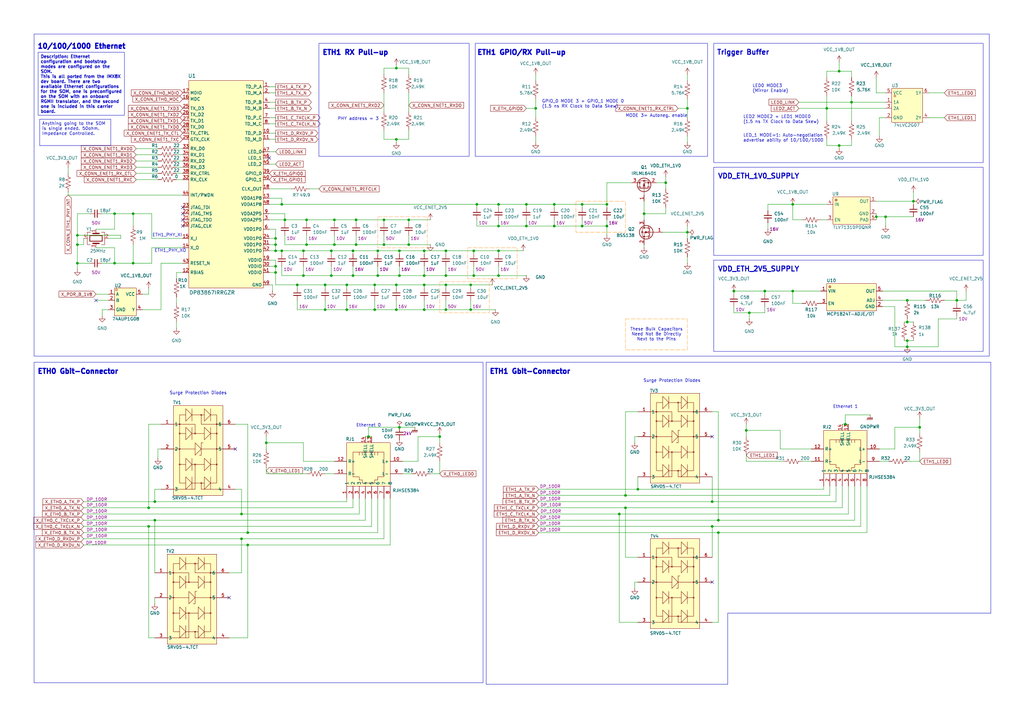
<source format=kicad_sch>
(kicad_sch (version 20250114) (generator "eeschema") (generator_version "9.0")
  (paper "A3")
  (rectangle (start 191.77 101.6) (end 212.09 114.3) (stroke (width 0) (type dash) (color 255 157 66 1)))
  (rectangle (start 13.97 13.97) (end 405.765 146.05))
  (rectangle (start 13.97 148.59) (end 198.12 280.035))
  (rectangle (start 154.94 88.9) (end 175.26 101.6) (stroke (width 0) (type dash) (color 255 164 89 1)))
  (rectangle (start 256.54 130.81) (end 281.94 143.51) (stroke (width 0) (type dash) (color 255 158 35 1)))
  (rectangle (start 180.34 115.57) (end 200.66 128.27) (stroke (width 0) (type dash) (color 255 171 67 1)))
  (rectangle (start 130.81 17.78) (end 192.405 64.135))
  (rectangle (start 292.735 106.68) (end 403.225 144.145))
  (rectangle (start 194.945 17.78) (end 290.195 64.135))
  (rectangle (start 236.22 82.55) (end 256.54 95.25) (stroke (width 0) (type dash) (color 255 158 35 1)))
  (rectangle (start 292.735 17.78) (end 403.225 66.675))
  (rectangle (start 292.735 68.58) (end 403.225 104.775))
  (text "Trigger Buffer" (at 304.8 21.59 0) (effects (font (size 2.032 2.032) (thickness 0.4064) (bold yes))))
  (text "Ethernet 0" (at 146.05 175.26 0) (effects (font (size 1.27 1.27)) (justify left bottom)))
  (text "ETH0 Gbit-Connector\n" (at 15.24 153.67 0) (effects (font (size 2.032 2.032) (thickness 0.6) (bold yes)) (justify left bottom)))
  (text "These Bulk Capacitors\nNeed Not Be Directly\nNext to the Pins" (at 269.24 137.16 0) (effects (font (size 1.27 1.27))))
  (text "VDD_ETH_2V5_SUPPLY" (at 311.15 110.49 0) (effects (font (size 2.032 2.032) (thickness 0.4064) (bold yes))))
  (text "Surge Protection Diodes" (at 275.59 156.21 0) (effects (font (size 1.27 1.27))))
  (text "ETH1 Gbit-Connector" (at 200.66 153.67 0) (effects (font (size 2.032 2.032) (thickness 0.6) (bold yes)) (justify left bottom)))
  (text "Surge Protection Diodes" (at 81.28 161.29 0) (effects (font (size 1.27 1.27))))
  (text "Ethernet 1" (at 341.63 167.64 0) (effects (font (size 1.27 1.27)) (justify left bottom)))
  (text "ETH1 GPIO/RX Pull-up" (at 195.58 22.86 0) (effects (font (size 2.032 2.032) (thickness 0.6) (bold yes)) (justify left bottom)))
  (text "LED2 MODE2 + LED1 MODE0\n(1.5 ns TX Clock to Data Skew)" (at 304.8 50.8 0) (effects (font (size 1.27 1.27)) (justify left bottom)))
  (text "ETH1_PHY_XO\n" (at 69.85 102.87 0) (effects (font (size 1.27 1.27))))
  (text "GPIO_0 MODE 3 + GPIO_1 MODE 0\n(1.5 ns RX Clock to Data Skew)" (at 222.25 44.45 0) (effects (font (size 1.27 1.27)) (justify left bottom)))
  (text "LED0 MODE3\n(Mirror Enable)" (at 308.61 38.1 0) (effects (font (size 1.27 1.27)) (justify left bottom)))
  (text "ETH1 RX Pull-up" (at 132.08 22.86 0) (effects (font (size 2.032 2.032) (thickness 0.6) (bold yes)) (justify left bottom)))
  (text "10/100/1000 Ethernet\n" (at 15.24 20.32 0) (effects (font (size 2.032 2.032) (thickness 0.6) (bold yes)) (justify left bottom)))
  (text "ETH1_PHY_XI" (at 68.58 96.52 0) (effects (font (size 1.27 1.27))))
  (text "PHY address = 3" (at 138.43 49.53 0) (effects (font (size 1.27 1.27)) (justify left bottom)))
  (text "MODE 3= Autoneg. enable" (at 256.54 48.26 0) (effects (font (size 1.27 1.27)) (justify left bottom)))
  (text "VDD_ETH_1V0_SUPPLY" (at 311.15 72.39 0) (effects (font (size 2.032 2.032) (thickness 0.4064) (bold yes))))
  (text "LED_1 MODE=1: Auto-negotiation\nadvertise ability of 10/100/1000" (at 304.8 58.42 0) (effects (font (size 1.27 1.27)) (justify left bottom)))
  (text_box "Description: Ethernet configuration and bootstrap modes are configured on the SOM.\nThis is all ported from the IMX8X dev board. There are two available Ethernet configurations for the SOM, one is preconfigured on the SOM with an onboard RGMII translator, and the second one is included in this carrier board." (at 15.621 21.463 0) (size 35.433 25.781) (margins 0.9525 0.9525 0.9525 0.9525) (effects (font (size 1.27 1.27) (thickness 0.254) (bold yes)) (justify left top)))
  (text_box "Anything going to the SOM is single ended. 50ohm. Impedance Controlled. " (at 16.256 48.895 0) (size 29.21 10.795) (margins 0.9525 0.9525 0.9525 0.9525) (effects (font (size 1.27 1.27)) (justify left top)))
  (junction (at 115.57 83.82))
  (junction (at 292.1 205.74))
  (junction (at 374.65 82.55))
  (junction (at 307.34 128.27))
  (junction (at 54.61 107.95))
  (junction (at 46.99 107.95))
  (junction (at 60.96 215.9))
  (junction (at 54.61 87.63))
  (junction (at 238.76 83.82))
  (junction (at 182.88 127))
  (junction (at 125.73 90.17))
  (junction (at 377.19 175.26))
  (junction (at 264.16 87.63))
  (junction (at 133.35 127))
  (junction (at 173.99 113.03))
  (junction (at 124.46 113.03))
  (junction (at 46.99 87.63))
  (junction (at 109.22 181.61))
  (junction (at 254 210.82))
  (junction (at 146.05 100.33))
  (junction (at 63.5 213.36))
  (junction (at 137.16 100.33))
  (junction (at 113.03 102.87))
  (junction (at 154.94 113.03))
  (junction (at 173.99 127))
  (junction (at 153.67 116.84))
  (junction (at 215.9 92.71))
  (junction (at 325.12 119.38))
  (junction (at 194.31 102.87))
  (junction (at 142.24 127))
  (junction (at 113.03 111.76))
  (junction (at 135.89 113.03))
  (junction (at 31.75 96.52))
  (junction (at 281.94 95.25))
  (junction (at 167.64 100.33))
  (junction (at 182.88 113.03))
  (junction (at 163.83 113.03))
  (junction (at 99.06 210.82))
  (junction (at 163.83 175.26))
  (junction (at 137.16 90.17))
  (junction (at 204.47 113.03))
  (junction (at 182.88 116.84))
  (junction (at 180.34 179.07))
  (junction (at 144.78 102.87))
  (junction (at 294.64 218.44))
  (junction (at 359.41 88.9))
  (junction (at 372.11 132.08))
  (junction (at 162.56 127))
  (junction (at 135.89 102.87))
  (junction (at 339.09 44.45))
  (junction (at 142.24 116.84))
  (junction (at 115.57 102.87))
  (junction (at 162.56 57.15))
  (junction (at 256.54 203.2))
  (junction (at 349.25 41.91))
  (junction (at 392.43 123.19))
  (junction (at 162.56 116.84))
  (junction (at 344.17 59.69))
  (junction (at 124.46 102.87))
  (junction (at 146.05 90.17))
  (junction (at 344.17 29.21))
  (junction (at 151.13 179.07))
  (junction (at 363.22 88.9))
  (junction (at 193.04 127))
  (junction (at 182.88 102.87))
  (junction (at 372.11 139.7))
  (junction (at 227.33 92.71))
  (junction (at 325.12 83.82))
  (junction (at 215.9 83.82))
  (junction (at 261.62 200.66))
  (junction (at 238.76 92.71))
  (junction (at 248.92 92.71))
  (junction (at 300.99 119.38))
  (junction (at 227.33 83.82))
  (junction (at 306.07 176.53))
  (junction (at 167.64 90.17))
  (junction (at 153.67 127))
  (junction (at 154.94 102.87))
  (junction (at 248.92 83.82))
  (junction (at 144.78 113.03))
  (junction (at 116.84 90.17))
  (junction (at 292.1 215.9))
  (junction (at 195.58 83.82))
  (junction (at 101.6 218.44))
  (junction (at 133.35 116.84))
  (junction (at 204.47 102.87))
  (junction (at 204.47 83.82))
  (junction (at 113.03 97.79))
  (junction (at 163.83 102.87))
  (junction (at 193.04 116.84))
  (junction (at 101.6 223.52))
  (junction (at 63.5 205.74))
  (junction (at 204.47 92.71))
  (junction (at 313.69 119.38))
  (junction (at 99.06 220.98))
  (junction (at 125.73 100.33))
  (junction (at 294.64 213.36))
  (junction (at 31.75 100.33))
  (junction (at 219.71 44.45))
  (junction (at 346.71 173.99))
  (junction (at 31.75 107.95))
  (junction (at 194.31 113.03))
  (junction (at 256.54 208.28))
  (junction (at 157.48 90.17))
  (junction (at 162.56 27.94))
  (junction (at 113.03 109.22))
  (junction (at 372.11 142.24))
  (junction (at 273.05 74.93))
  (junction (at 173.99 116.84))
  (junction (at 173.99 102.87))
  (junction (at 281.94 44.45))
  (junction (at 372.11 123.19))
  (junction (at 157.48 100.33))
  (junction (at 121.92 116.84))
  (junction (at 60.96 208.28))
  (junction (at 113.03 100.33))
  (no_connect (at 93.98 245.11))
  (no_connect (at 74.93 87.63))
  (no_connect (at 96.52 184.15))
  (no_connect (at 292.1 238.76))
  (no_connect (at 74.93 85.09))
  (no_connect (at 39.37 123.19))
  (no_connect (at 74.93 90.17))
  (no_connect (at 110.49 64.77))
  (no_connect (at 74.93 92.71))
  (no_connect (at 292.1 179.07))
  (wire (pts (xy 39.37 120.65) (xy 44.45 120.65)))
  (wire (pts (xy 153.67 118.11) (xy 153.67 116.84)))
  (wire (pts (xy 110.49 83.82) (xy 115.57 83.82)))
  (wire (pts (xy 372.11 130.81) (xy 372.11 132.08)))
  (wire (pts (xy 254 210.82) (xy 254 255.27)))
  (wire (pts (xy 238.76 83.82) (xy 227.33 83.82)))
  (wire (pts (xy 220.98 200.66) (xy 261.62 200.66)))
  (wire (pts (xy 372.11 189.23) (xy 377.19 189.23)))
  (wire (pts (xy 72.39 63.5) (xy 74.93 63.5)))
  (wire (pts (xy 31.75 87.63) (xy 31.75 96.52)))
  (wire (pts (xy 157.48 90.17) (xy 157.48 91.44)))
  (wire (pts (xy 39.37 93.98) (xy 46.99 93.98)))
  (wire (pts (xy 110.49 38.1) (xy 113.03 38.1)))
  (wire (pts (xy 194.31 113.03) (xy 204.47 113.03)))
  (wire (pts (xy 167.64 90.17) (xy 167.64 91.44)))
  (wire (pts (xy 62.23 97.79) (xy 62.23 87.63)))
  (wire (pts (xy 374.65 83.82) (xy 374.65 82.55)))
  (wire (pts (xy 133.35 118.11) (xy 133.35 116.84)))
  (wire (pts (xy 227.33 83.82) (xy 227.33 85.09)))
  (wire (pts (xy 167.64 53.34) (xy 167.64 57.15)))
  (wire (pts (xy 254 255.27) (xy 261.62 255.27)))
  (wire (pts (xy 173.99 113.03) (xy 182.88 113.03)))
  (wire (pts (xy 101.6 261.62) (xy 101.6 223.52)))
  (wire (pts (xy 347.98 199.39) (xy 347.98 210.82)))
  (wire (pts (xy 325.12 119.38) (xy 336.55 119.38)))
  (wire (pts (xy 182.88 116.84) (xy 193.04 116.84)))
  (wire (pts (xy 167.64 38.1) (xy 167.64 45.72)))
  (wire (pts (xy 248.92 83.82) (xy 238.76 83.82)))
  (wire (pts (xy 162.56 58.42) (xy 162.56 57.15)))
  (wire (pts (xy 163.83 113.03) (xy 173.99 113.03)))
  (wire (pts (xy 113.03 116.84) (xy 113.03 111.76)))
  (wire (pts (xy 248.92 74.93) (xy 259.08 74.93)))
  (wire (pts (xy 337.82 199.39) (xy 337.82 200.66)))
  (wire (pts (xy 292.1 215.9) (xy 353.06 215.9)))
  (wire (pts (xy 194.31 102.87) (xy 194.31 104.14)))
  (wire (pts (xy 256.54 228.6) (xy 261.62 228.6)))
  (wire (pts (xy 180.34 179.07) (xy 180.34 181.61)))
  (wire (pts (xy 121.92 116.84) (xy 113.03 116.84)))
  (wire (pts (xy 261.62 200.66) (xy 337.82 200.66)))
  (wire (pts (xy 194.31 102.87) (xy 204.47 102.87)))
  (wire (pts (xy 359.41 87.63) (xy 359.41 88.9)))
  (wire (pts (xy 219.71 55.88) (xy 219.71 58.42)))
  (wire (pts (xy 204.47 85.09) (xy 204.47 83.82)))
  (wire (pts (xy 220.98 210.82) (xy 254 210.82)))
  (wire (pts (xy 227.33 90.17) (xy 227.33 92.71)))
  (wire (pts (xy 135.89 109.22) (xy 135.89 113.03)))
  (wire (pts (xy 109.22 181.61) (xy 124.46 181.61)))
  (wire (pts (xy 350.52 199.39) (xy 350.52 213.36)))
  (wire (pts (xy 321.31 189.23) (xy 306.07 189.23)))
  (wire (pts (xy 115.57 113.03) (xy 124.46 113.03)))
  (wire (pts (xy 363.22 88.9) (xy 363.22 92.71)))
  (wire (pts (xy 261.62 179.07) (xy 260.35 179.07)))
  (wire (pts (xy 171.45 189.23) (xy 165.1 189.23)))
  (wire (pts (xy 281.94 40.64) (xy 281.94 44.45)))
  (wire (pts (xy 220.98 205.74) (xy 292.1 205.74)))
  (wire (pts (xy 173.99 123.19) (xy 173.99 127)))
  (wire (pts (xy 227.33 92.71) (xy 238.76 92.71)))
  (wire (pts (xy 238.76 92.71) (xy 248.92 92.71)))
  (wire (pts (xy 63.5 200.66) (xy 66.04 200.66)))
  (wire (pts (xy 306.07 176.53) (xy 320.04 176.53)))
  (wire (pts (xy 146.05 96.52) (xy 146.05 100.33)))
  (wire (pts (xy 72.39 68.58) (xy 74.93 68.58)))
  (wire (pts (xy 101.6 173.99) (xy 101.6 218.44)))
  (wire (pts (xy 359.41 31.75) (xy 359.41 38.1)))
  (wire (pts (xy 162.56 27.94) (xy 162.56 26.67)))
  (wire (pts (xy 349.25 41.91) (xy 363.22 41.91)))
  (wire (pts (xy 193.04 116.84) (xy 193.04 118.11)))
  (wire (pts (xy 377.19 175.26) (xy 377.19 177.8)))
  (wire (pts (xy 60.96 215.9) (xy 152.4 215.9)))
  (wire (pts (xy 146.05 91.44) (xy 146.05 90.17)))
  (wire (pts (xy 34.29 220.98) (xy 99.06 220.98)))
  (wire (pts (xy 116.84 87.63) (xy 116.84 90.17)))
  (wire (pts (xy 215.9 44.45) (xy 219.71 44.45)))
  (wire (pts (xy 195.58 85.09) (xy 195.58 83.82)))
  (wire (pts (xy 133.35 123.19) (xy 133.35 127)))
  (wire (pts (xy 41.91 87.63) (xy 46.99 87.63)))
  (wire (pts (xy 62.23 107.95) (xy 54.61 107.95)))
  (wire (pts (xy 214.63 102.87) (xy 204.47 102.87)))
  (wire (pts (xy 101.6 223.52) (xy 160.02 223.52)))
  (wire (pts (xy 135.89 102.87) (xy 144.78 102.87)))
  (wire (pts (xy 162.56 116.84) (xy 173.99 116.84)))
  (wire (pts (xy 163.83 175.26) (xy 170.18 175.26)))
  (wire (pts (xy 99.06 234.95) (xy 99.06 220.98)))
  (wire (pts (xy 372.11 123.19) (xy 379.73 123.19)))
  (wire (pts (xy 34.29 213.36) (xy 63.5 213.36)))
  (wire (pts (xy 31.75 107.95) (xy 31.75 110.49)))
  (wire (pts (xy 115.57 102.87) (xy 113.03 102.87)))
  (wire (pts (xy 163.83 102.87) (xy 173.99 102.87)))
  (wire (pts (xy 121.92 118.11) (xy 121.92 116.84)))
  (wire (pts (xy 377.19 175.26) (xy 377.19 171.45)))
  (wire (pts (xy 113.03 111.76) (xy 110.49 111.76)))
  (polyline (pts (xy 298.45 280.67) (xy 298.45 251.46)))
  (wire (pts (xy 173.99 116.84) (xy 182.88 116.84)))
  (wire (pts (xy 72.39 111.76) (xy 72.39 114.3)))
  (wire (pts (xy 370.84 132.08) (xy 372.11 132.08)))
  (wire (pts (xy 110.49 67.31) (xy 113.03 67.31)))
  (wire (pts (xy 359.41 88.9) (xy 359.41 90.17)))
  (polyline (pts (xy 298.45 251.46) (xy 406.4 251.46)))
  (wire (pts (xy 41.91 107.95) (xy 46.99 107.95)))
  (polyline (pts (xy 199.39 280.67) (xy 298.45 280.67)))
  (wire (pts (xy 34.29 218.44) (xy 101.6 218.44)))
  (wire (pts (xy 332.74 184.15) (xy 320.04 184.15)))
  (wire (pts (xy 49.53 96.52) (xy 49.53 97.79)))
  (wire (pts (xy 125.73 90.17) (xy 137.16 90.17)))
  (wire (pts (xy 381 38.1) (xy 387.35 38.1)))
  (wire (pts (xy 63.5 213.36) (xy 149.86 213.36)))
  (wire (pts (xy 346.71 173.99) (xy 346.71 170.18)))
  (wire (pts (xy 292.1 255.27) (xy 294.64 255.27)))
  (wire (pts (xy 349.25 31.75) (xy 349.25 29.21)))
  (wire (pts (xy 300.99 120.65) (xy 300.99 119.38)))
  (wire (pts (xy 62.23 87.63) (xy 54.61 87.63)))
  (wire (pts (xy 180.34 177.8) (xy 180.34 179.07)))
  (wire (pts (xy 182.88 123.19) (xy 182.88 127)))
  (wire (pts (xy 220.98 208.28) (xy 256.54 208.28)))
  (wire (pts (xy 367.03 175.26) (xy 367.03 184.15)))
  (wire (pts (xy 137.16 100.33) (xy 146.05 100.33)))
  (wire (pts (xy 110.49 106.68) (xy 113.03 106.68)))
  (wire (pts (xy 372.11 142.24) (xy 367.03 142.24)))
  (wire (pts (xy 273.05 74.93) (xy 273.05 77.47)))
  (wire (pts (xy 328.93 189.23) (xy 332.74 189.23)))
  (wire (pts (xy 256.54 203.2) (xy 340.36 203.2)))
  (wire (pts (xy 115.57 83.82) (xy 195.58 83.82)))
  (wire (pts (xy 99.06 210.82) (xy 147.32 210.82)))
  (wire (pts (xy 74.93 101.6) (xy 62.23 101.6)))
  (wire (pts (xy 44.45 127) (xy 41.91 127)))
  (wire (pts (xy 74.93 97.79) (xy 62.23 97.79)))
  (wire (pts (xy 248.92 90.17) (xy 248.92 92.71)))
  (wire (pts (xy 346.71 173.99) (xy 347.98 173.99)))
  (wire (pts (xy 215.9 83.82) (xy 215.9 85.09)))
  (wire (pts (xy 137.16 96.52) (xy 137.16 100.33)))
  (wire (pts (xy 60.96 208.28) (xy 144.78 208.28)))
  (wire (pts (xy 60.96 261.62) (xy 63.5 261.62)))
  (polyline (pts (xy 406.4 251.46) (xy 406.4 148.59)))
  (wire (pts (xy 264.16 100.33) (xy 264.16 101.6)))
  (wire (pts (xy 39.37 123.19) (xy 44.45 123.19)))
  (wire (pts (xy 34.29 210.82) (xy 99.06 210.82)))
  (wire (pts (xy 64.77 184.15) (xy 64.77 187.96)))
  (wire (pts (xy 109.22 191.77) (xy 109.22 194.31)))
  (wire (pts (xy 72.39 60.96) (xy 74.93 60.96)))
  (wire (pts (xy 96.52 173.99) (xy 101.6 173.99)))
  (wire (pts (xy 363.22 48.26) (xy 360.68 48.26)))
  (wire (pts (xy 63.5 213.36) (xy 63.5 234.95)))
  (wire (pts (xy 392.43 123.19) (xy 396.24 123.19)))
  (wire (pts (xy 278.13 44.45) (xy 281.94 44.45)))
  (wire (pts (xy 55.88 68.58) (xy 64.77 68.58)))
  (wire (pts (xy 72.39 73.66) (xy 74.93 73.66)))
  (wire (pts (xy 99.06 220.98) (xy 157.48 220.98)))
  (wire (pts (xy 110.49 50.8) (xy 113.03 50.8)))
  (wire (pts (xy 300.99 125.73) (xy 300.99 128.27)))
  (wire (pts (xy 273.05 72.39) (xy 273.05 74.93)))
  (wire (pts (xy 176.53 90.17) (xy 167.64 90.17)))
  (wire (pts (xy 66.04 127) (xy 66.04 107.95)))
  (wire (pts (xy 173.99 118.11) (xy 173.99 116.84)))
  (wire (pts (xy 194.31 109.22) (xy 194.31 113.03)))
  (wire (pts (xy 151.13 179.07) (xy 151.13 175.26)))
  (wire (pts (xy 392.43 123.19) (xy 387.35 123.19)))
  (wire (pts (xy 63.5 245.11) (xy 63.5 247.65)))
  (wire (pts (xy 110.49 54.61) (xy 113.03 54.61)))
  (wire (pts (xy 124.46 113.03) (xy 135.89 113.03)))
  (wire (pts (xy 292.1 215.9) (xy 292.1 228.6)))
  (wire (pts (xy 339.09 39.37) (xy 339.09 44.45)))
  (wire (pts (xy 110.49 116.84) (xy 111.76 116.84)))
  (wire (pts (xy 167.64 30.48) (xy 167.64 27.94)))
  (wire (pts (xy 167.64 27.94) (xy 162.56 27.94)))
  (wire (pts (xy 281.94 44.45) (xy 281.94 48.26)))
  (wire (pts (xy 367.03 125.73) (xy 367.03 142.24)))
  (wire (pts (xy 162.56 123.19) (xy 162.56 127)))
  (wire (pts (xy 361.95 125.73) (xy 367.03 125.73)))
  (wire (pts (xy 34.29 100.33) (xy 31.75 100.33)))
  (wire (pts (xy 93.98 234.95) (xy 99.06 234.95)))
  (wire (pts (xy 176.53 100.33) (xy 167.64 100.33)))
  (wire (pts (xy 336.55 90.17) (xy 339.09 90.17)))
  (wire (pts (xy 157.48 38.1) (xy 157.48 45.72)))
  (wire (pts (xy 260.35 238.76) (xy 260.35 241.3)))
  (wire (pts (xy 377.19 185.42) (xy 377.19 189.23)))
  (wire (pts (xy 325.12 90.17) (xy 328.93 90.17)))
  (wire (pts (xy 121.92 123.19) (xy 121.92 127)))
  (wire (pts (xy 238.76 90.17) (xy 238.76 92.71)))
  (wire (pts (xy 157.48 100.33) (xy 167.64 100.33)))
  (wire (pts (xy 360.68 189.23) (xy 364.49 189.23)))
  (wire (pts (xy 306.07 186.69) (xy 306.07 189.23)))
  (wire (pts (xy 142.24 118.11) (xy 142.24 116.84)))
  (wire (pts (xy 154.94 113.03) (xy 163.83 113.03)))
  (wire (pts (xy 219.71 30.48) (xy 219.71 33.02)))
  (wire (pts (xy 149.86 179.07) (xy 151.13 179.07)))
  (wire (pts (xy 220.98 203.2) (xy 256.54 203.2)))
  (wire (pts (xy 372.11 139.7) (xy 372.11 142.24)))
  (wire (pts (xy 306.07 176.53) (xy 306.07 179.07)))
  (wire (pts (xy 125.73 91.44) (xy 125.73 90.17)))
  (wire (pts (xy 142.24 116.84) (xy 153.67 116.84)))
  (wire (pts (xy 116.84 90.17) (xy 125.73 90.17)))
  (wire (pts (xy 34.29 215.9) (xy 60.96 215.9)))
  (wire (pts (xy 165.1 194.31) (xy 168.91 194.31)))
  (wire (pts (xy 339.09 59.69) (xy 344.17 59.69)))
  (wire (pts (xy 195.58 90.17) (xy 195.58 92.71)))
  (wire (pts (xy 109.22 179.07) (xy 109.22 181.61)))
  (polyline (pts (xy 199.39 149.86) (xy 199.39 280.67)))
  (wire (pts (xy 54.61 87.63) (xy 46.99 87.63)))
  (wire (pts (xy 342.9 199.39) (xy 342.9 205.74)))
  (wire (pts (xy 137.16 90.17) (xy 146.05 90.17)))
  (wire (pts (xy 110.49 90.17) (xy 116.84 90.17)))
  (wire (pts (xy 281.94 105.41) (xy 281.94 107.95)))
  (wire (pts (xy 349.25 29.21) (xy 344.17 29.21)))
  (wire (pts (xy 176.53 194.31) (xy 180.34 194.31)))
  (wire (pts (xy 294.64 255.27) (xy 294.64 218.44)))
  (wire (pts (xy 46.99 93.98) (xy 46.99 87.63)))
  (wire (pts (xy 204.47 102.87) (xy 204.47 104.14)))
  (wire (pts (xy 294.64 213.36) (xy 350.52 213.36)))
  (wire (pts (xy 27.94 80.01) (xy 74.93 80.01)))
  (wire (pts (xy 254 210.82) (xy 347.98 210.82)))
  (wire (pts (xy 34.29 205.74) (xy 63.5 205.74)))
  (wire (pts (xy 370.84 139.7) (xy 372.11 139.7)))
  (wire (pts (xy 113.03 100.33) (xy 113.03 102.87)))
  (wire (pts (xy 74.93 111.76) (xy 72.39 111.76)))
  (wire (pts (xy 256.54 208.28) (xy 256.54 228.6)))
  (wire (pts (xy 125.73 194.31) (xy 109.22 194.31)))
  (wire (pts (xy 72.39 121.92) (xy 72.39 124.46)))
  (wire (pts (xy 219.71 40.64) (xy 219.71 44.45)))
  (wire (pts (xy 307.34 130.81) (xy 307.34 128.27)))
  (wire (pts (xy 137.16 189.23) (xy 124.46 189.23)))
  (wire (pts (xy 163.83 102.87) (xy 163.83 104.14)))
  (wire (pts (xy 355.6 199.39) (xy 355.6 218.44)))
  (wire (pts (xy 215.9 113.03) (xy 204.47 113.03)))
  (wire (pts (xy 60.96 120.65) (xy 60.96 118.11)))
  (wire (pts (xy 300.99 128.27) (xy 307.34 128.27)))
  (wire (pts (xy 264.16 87.63) (xy 273.05 87.63)))
  (wire (pts (xy 113.03 102.87) (xy 110.49 102.87)))
  (wire (pts (xy 327.66 44.45) (xy 339.09 44.45)))
  (wire (pts (xy 248.92 74.93) (xy 248.92 83.82)))
  (wire (pts (xy 66.04 184.15) (xy 64.77 184.15)))
  (wire (pts (xy 34.29 208.28) (xy 60.96 208.28)))
  (wire (pts (xy 248.92 85.09) (xy 248.92 83.82)))
  (wire (pts (xy 153.67 127) (xy 162.56 127)))
  (wire (pts (xy 273.05 85.09) (xy 273.05 87.63)))
  (wire (pts (xy 46.99 107.95) (xy 46.99 101.6)))
  (wire (pts (xy 27.94 80.01) (xy 27.94 78.74)))
  (wire (pts (xy 314.96 83.82) (xy 325.12 83.82)))
  (wire (pts (xy 96.52 200.66) (xy 99.06 200.66)))
  (wire (pts (xy 313.69 125.73) (xy 313.69 128.27)))
  (wire (pts (xy 142.24 123.19) (xy 142.24 127)))
  (wire (pts (xy 55.88 71.12) (xy 64.77 71.12)))
  (wire (pts (xy 151.13 175.26) (xy 163.83 175.26)))
  (wire (pts (xy 281.94 30.48) (xy 281.94 33.02)))
  (wire (pts (xy 227.33 83.82) (xy 215.9 83.82)))
  (wire (pts (xy 372.11 132.08) (xy 374.65 132.08)))
  (wire (pts (xy 124.46 102.87) (xy 135.89 102.87)))
  (wire (pts (xy 41.91 127) (xy 41.91 129.54)))
  (wire (pts (xy 58.42 127) (xy 66.04 127)))
  (wire (pts (xy 124.46 189.23) (xy 124.46 181.61)))
  (wire (pts (xy 345.44 199.39) (xy 345.44 208.28)))
  (wire (pts (xy 113.03 97.79) (xy 113.03 100.33)))
  (wire (pts (xy 157.48 30.48) (xy 157.48 27.94)))
  (wire (pts (xy 110.49 87.63) (xy 116.84 87.63)))
  (wire (pts (xy 374.65 139.7) (xy 372.11 139.7)))
  (wire (pts (xy 367.03 184.15) (xy 360.68 184.15)))
  (wire (pts (xy 116.84 90.17) (xy 116.84 91.44)))
  (wire (pts (xy 115.57 102.87) (xy 115.57 104.14)))
  (wire (pts (xy 294.64 218.44) (xy 355.6 218.44)))
  (wire (pts (xy 137.16 91.44) (xy 137.16 90.17)))
  (wire (pts (xy 144.78 113.03) (xy 154.94 113.03)))
  (wire (pts (xy 124.46 109.22) (xy 124.46 113.03)))
  (wire (pts (xy 60.96 173.99) (xy 60.96 208.28)))
  (wire (pts (xy 149.86 204.47) (xy 149.86 213.36)))
  (wire (pts (xy 113.03 109.22) (xy 113.03 111.76)))
  (wire (pts (xy 31.75 107.95) (xy 31.75 100.33)))
  (wire (pts (xy 346.71 170.18) (xy 356.87 170.18)))
  (wire (pts (xy 374.65 78.74) (xy 374.65 82.55)))
  (wire (pts (xy 144.78 104.14) (xy 144.78 102.87)))
  (wire (pts (xy 325.12 124.46) (xy 328.93 124.46)))
  (wire (pts (xy 392.43 130.81) (xy 392.43 129.54)))
  (wire (pts (xy 292.1 205.74) (xy 342.9 205.74)))
  (wire (pts (xy 182.88 127) (xy 193.04 127)))
  (wire (pts (xy 313.69 119.38) (xy 313.69 120.65)))
  (wire (pts (xy 201.93 116.84) (xy 193.04 116.84)))
  (wire (pts (xy 384.81 130.81) (xy 392.43 130.81)))
  (wire (pts (xy 60.96 215.9) (xy 60.96 261.62)))
  (wire (pts (xy 256.54 203.2) (xy 256.54 168.91)))
  (wire (pts (xy 110.49 100.33) (xy 113.03 100.33)))
  (polyline (pts (xy 199.39 148.59) (xy 199.39 149.86)))
  (wire (pts (xy 124.46 104.14) (xy 124.46 102.87)))
  (wire (pts (xy 121.92 127) (xy 133.35 127)))
  (wire (pts (xy 142.24 204.47) (xy 142.24 205.74)))
  (wire (pts (xy 39.37 101.6) (xy 46.99 101.6)))
  (wire (pts (xy 111.76 116.84) (xy 111.76 119.38)))
  (wire (pts (xy 109.22 181.61) (xy 109.22 184.15)))
  (wire (pts (xy 110.49 93.98) (xy 113.03 93.98)))
  (wire (pts (xy 204.47 92.71) (xy 215.9 92.71)))
  (wire (pts (xy 127 77.47) (xy 130.81 77.47)))
  (wire (pts (xy 147.32 204.47) (xy 147.32 210.82)))
  (wire (pts (xy 313.69 119.38) (xy 325.12 119.38)))
  (wire (pts (xy 162.56 118.11) (xy 162.56 116.84)))
  (wire (pts (xy 215.9 90.17) (xy 215.9 92.71)))
  (wire (pts (xy 72.39 71.12) (xy 74.93 71.12)))
  (wire (pts (xy 135.89 104.14) (xy 135.89 102.87)))
  (wire (pts (xy 125.73 96.52) (xy 125.73 100.33)))
  (wire (pts (xy 374.65 88.9) (xy 363.22 88.9)))
  (wire (pts (xy 153.67 123.19) (xy 153.67 127)))
  (wire (pts (xy 195.58 83.82) (xy 204.47 83.82)))
  (wire (pts (xy 325.12 83.82) (xy 325.12 90.17)))
  (wire (pts (xy 340.36 199.39) (xy 340.36 203.2)))
  (wire (pts (xy 133.35 127) (xy 142.24 127)))
  (wire (pts (xy 34.29 223.52) (xy 101.6 223.52)))
  (wire (pts (xy 54.61 107.95) (xy 46.99 107.95)))
  (wire (pts (xy 113.03 93.98) (xy 113.03 97.79)))
  (wire (pts (xy 173.99 102.87) (xy 182.88 102.87)))
  (wire (pts (xy 36.83 87.63) (xy 31.75 87.63)))
  (wire (pts (xy 144.78 204.47) (xy 144.78 208.28)))
  (wire (pts (xy 58.42 120.65) (xy 60.96 120.65)))
  (wire (pts (xy 381 48.26) (xy 387.35 48.26)))
  (wire (pts (xy 339.09 57.15) (xy 339.09 59.69)))
  (wire (pts (xy 110.49 35.56) (xy 113.03 35.56)))
  (wire (pts (xy 349.25 39.37) (xy 349.25 41.91)))
  (wire (pts (xy 101.6 218.44) (xy 154.94 218.44)))
  (wire (pts (xy 146.05 100.33) (xy 157.48 100.33)))
  (wire (pts (xy 146.05 90.17) (xy 157.48 90.17)))
  (wire (pts (xy 281.94 95.25) (xy 281.94 92.71)))
  (wire (pts (xy 72.39 66.04) (xy 74.93 66.04)))
  (wire (pts (xy 325.12 83.82) (xy 339.09 83.82)))
  (wire (pts (xy 55.88 73.66) (xy 64.77 73.66)))
  (wire (pts (xy 363.22 88.9) (xy 359.41 88.9)))
  (wire (pts (xy 133.35 116.84) (xy 142.24 116.84)))
  (wire (pts (xy 125.73 100.33) (xy 137.16 100.33)))
  (wire (pts (xy 396.24 119.38) (xy 396.24 123.19)))
  (wire (pts (xy 384.81 130.81) (xy 384.81 142.24)))
  (wire (pts (xy 133.35 194.31) (xy 137.16 194.31)))
  (wire (pts (xy 157.48 204.47) (xy 157.48 220.98)))
  (wire (pts (xy 320.04 184.15) (xy 320.04 176.53)))
  (wire (pts (xy 238.76 83.82) (xy 238.76 85.09)))
  (wire (pts (xy 154.94 102.87) (xy 163.83 102.87)))
  (wire (pts (xy 294.64 168.91) (xy 294.64 213.36)))
  (wire (pts (xy 157.48 96.52) (xy 157.48 100.33)))
  (wire (pts (xy 63.5 200.66) (xy 63.5 205.74)))
  (wire (pts (xy 193.04 123.19) (xy 193.04 127)))
  (wire (pts (xy 204.47 83.82) (xy 215.9 83.82)))
  (wire (pts (xy 93.98 261.62) (xy 101.6 261.62)))
  (wire (pts (xy 157.48 53.34) (xy 157.48 57.15)))
  (wire (pts (xy 110.49 41.91) (xy 113.03 41.91)))
  (wire (pts (xy 339.09 44.45) (xy 363.22 44.45)))
  (wire (pts (xy 55.88 63.5) (xy 64.77 63.5)))
  (wire (pts (xy 182.88 102.87) (xy 194.31 102.87)))
  (wire (pts (xy 361.95 123.19) (xy 372.11 123.19)))
  (wire (pts (xy 260.35 179.07) (xy 260.35 181.61)))
  (wire (pts (xy 142.24 127) (xy 153.67 127)))
  (wire (pts (xy 264.16 87.63) (xy 264.16 90.17)))
  (wire (pts (xy 344.17 59.69) (xy 344.17 60.96)))
  (wire (pts (xy 314.96 83.82) (xy 314.96 86.36)))
  (wire (pts (xy 256.54 168.91) (xy 261.62 168.91)))
  (wire (pts (xy 151.13 179.07) (xy 152.4 179.07)))
  (wire (pts (xy 115.57 83.82) (xy 115.57 81.28)))
  (wire (pts (xy 314.96 91.44) (xy 314.96 93.98)))
  (wire (pts (xy 115.57 109.22) (xy 115.57 113.03)))
  (wire (pts (xy 339.09 44.45) (xy 339.09 49.53)))
  (wire (pts (xy 157.48 90.17) (xy 167.64 90.17)))
  (wire (pts (xy 116.84 96.52) (xy 116.84 100.33)))
  (wire (pts (xy 163.83 109.22) (xy 163.83 113.03)))
  (wire (pts (xy 195.58 92.71) (xy 204.47 92.71)))
  (wire (pts (xy 121.92 116.84) (xy 133.35 116.84)))
  (wire (pts (xy 66.04 107.95) (xy 74.93 107.95)))
  (wire (pts (xy 182.88 109.22) (xy 182.88 113.03)))
  (wire (pts (xy 115.57 102.87) (xy 124.46 102.87)))
  (wire (pts (xy 349.25 59.69) (xy 344.17 59.69)))
  (wire (pts (xy 157.48 27.94) (xy 162.56 27.94)))
  (wire (pts (xy 359.41 82.55) (xy 374.65 82.55)))
  (wire (pts (xy 203.2 127) (xy 193.04 127)))
  (wire (pts (xy 110.49 57.15) (xy 113.03 57.15)))
  (wire (pts (xy 36.83 107.95) (xy 31.75 107.95)))
  (wire (pts (xy 167.64 96.52) (xy 167.64 100.33)))
  (wire (pts (xy 261.62 238.76) (xy 260.35 238.76)))
  (wire (pts (xy 34.29 97.79) (xy 34.29 100.33)))
  (wire (pts (xy 110.49 81.28) (xy 115.57 81.28)))
  (wire (pts (xy 125.73 100.33) (xy 116.84 100.33)))
  (wire (pts (xy 306.07 173.99) (xy 306.07 176.53)))
  (wire (pts (xy 261.62 195.58) (xy 261.62 200.66)))
  (wire (pts (xy 300.99 119.38) (xy 313.69 119.38)))
  (wire (pts (xy 110.49 77.47) (xy 119.38 77.47)))
  (wire (pts (xy 264.16 82.55) (xy 264.16 87.63)))
  (wire (pts (xy 171.45 179.07) (xy 180.34 179.07)))
  (wire (pts (xy 182.88 113.03) (xy 194.31 113.03)))
  (wire (pts (xy 110.49 48.26) (xy 113.03 48.26)))
  (wire (pts (xy 392.43 119.38) (xy 392.43 123.19)))
  (wire (pts (xy 63.5 205.74) (xy 142.24 205.74)))
  (wire (pts (xy 167.64 57.15) (xy 162.56 57.15)))
  (wire (pts (xy 182.88 102.87) (xy 182.88 104.14)))
  (wire (pts (xy 220.98 215.9) (xy 292.1 215.9)))
  (wire (pts (xy 392.43 124.46) (xy 392.43 123.19)))
  (wire (pts (xy 353.06 199.39) (xy 353.06 215.9)))
  (wire (pts (xy 367.03 175.26) (xy 377.19 175.26)))
  (wire (pts (xy 220.98 213.36) (xy 294.64 213.36)))
  (wire (pts (xy 360.68 48.26) (xy 360.68 55.88)))
  (wire (pts (xy 110.49 62.23) (xy 113.03 62.23)))
  (wire (pts (xy 271.78 95.25) (xy 281.94 95.25)))
  (wire (pts (xy 344.17 25.4) (xy 344.17 29.21)))
  (wire (pts (xy 281.94 95.25) (xy 281.94 97.79)))
  (wire (pts (xy 99.06 200.66) (xy 99.06 210.82)))
  (wire (pts (xy 152.4 204.47) (xy 152.4 215.9)))
  (wire (pts (xy 144.78 102.87) (xy 154.94 102.87)))
  (wire (pts (xy 339.09 31.75) (xy 339.09 29.21)))
  (wire (pts (xy 204.47 109.22) (xy 204.47 113.03)))
  (wire (pts (xy 162.56 127) (xy 173.99 127)))
  (wire (pts (xy 62.23 101.6) (xy 62.23 107.95)))
  (wire (pts (xy 72.39 132.08) (xy 72.39 134.62)))
  (wire (pts (xy 173.99 102.87) (xy 173.99 104.14)))
  (wire (pts (xy 160.02 204.47) (xy 160.02 223.52)))
  (wire (pts (xy 248.92 92.71) (xy 248.92 96.52)))
  (wire (pts (xy 157.48 57.15) (xy 162.56 57.15)))
  (wire (pts (xy 173.99 127) (xy 182.88 127)))
  (wire (pts (xy 31.75 100.33) (xy 31.75 96.52)))
  (wire (pts (xy 292.1 195.58) (xy 292.1 205.74)))
  (wire (pts (xy 27.94 68.58) (xy 27.94 71.12)))
  (wire (pts (xy 215.9 92.71) (xy 227.33 92.71)))
  (wire (pts (xy 154.94 109.22) (xy 154.94 113.03)))
  (wire (pts (xy 153.67 116.84) (xy 162.56 116.84)))
  (wire (pts (xy 54.61 92.71) (xy 54.61 87.63)))
  (wire (pts (xy 281.94 55.88) (xy 281.94 58.42)))
  (wire (pts (xy 327.66 41.91) (xy 349.25 41.91)))
  (wire (pts (xy 220.98 218.44) (xy 294.64 218.44)))
  (wire (pts (xy 349.25 41.91) (xy 349.25 49.53)))
  (wire (pts (xy 110.49 109.22) (xy 113.03 109.22)))
  (wire (pts (xy 110.49 97.79) (xy 113.03 97.79)))
  (wire (pts (xy 269.24 74.93) (xy 273.05 74.93)))
  (wire (pts (xy 361.95 119.38) (xy 392.43 119.38)))
  (wire (pts (xy 349.25 57.15) (xy 349.25 59.69)))
  (wire (pts (xy 173.99 109.22) (xy 173.99 113.03)))
  (wire (pts (xy 182.88 116.84) (xy 182.88 118.11)))
  (wire (pts (xy 49.53 97.79) (xy 44.45 97.79)))
  (wire (pts (xy 31.75 96.52) (xy 49.53 96.52)))
  (wire (pts (xy 144.78 109.22) (xy 144.78 113.03)))
  (wire (pts (xy 54.61 100.33) (xy 54.61 107.95)))
  (wire (pts (xy 135.89 113.03) (xy 144.78 113.03)))
  (wire (pts (xy 363.22 38.1) (xy 359.41 38.1)))
  (wire (pts (xy 345.44 173.99) (xy 346.71 173.99)))
  (wire (pts (xy 171.45 179.07) (xy 171.45 189.23)))
  (wire (pts (xy 372.11 142.24) (xy 384.81 142.24)))
  (wire (pts (xy 180.34 189.23) (xy 180.34 194.31)))
  (wire (pts (xy 113.03 106.68) (xy 113.03 109.22)))
  (wire (pts (xy 55.88 60.96) (xy 64.77 60.96)))
  (wire (pts (xy 154.94 204.47) (xy 154.94 218.44)))
  (wire (pts (xy 219.71 44.45) (xy 219.71 48.26)))
  (wire (pts (xy 292.1 168.91) (xy 294.64 168.91)))
  (wire (pts (xy 256.54 208.28) (xy 345.44 208.28)))
  (wire (pts (xy 339.09 29.21) (xy 344.17 29.21)))
  (wire (pts (xy 204.47 90.17) (xy 204.47 92.71)))
  (wire (pts (xy 325.12 119.38) (xy 325.12 124.46)))
  (wire (pts (xy 60.96 173.99) (xy 66.04 173.99)))
  (polyline (pts (xy 199.39 148.59) (xy 406.4 148.59)))
  (wire (pts (xy 154.94 102.87) (xy 154.94 104.14)))
  (wire (pts (xy 110.49 44.45) (xy 113.03 44.45)))
  (wire (pts (xy 307.34 128.27) (xy 313.69 128.27)))
  (wire (pts (xy 55.88 66.04) (xy 64.77 66.04)))
  (global_label "X_ETH0_D_RXDV_N" (shape input) (at 34.29 223.52 180) (property "Intersheetrefs" "${INTERSHEET_REFS}" (effects (hide yes))) (property "Netclass" "DP_100R" (at 45.212 222.504 0) (effects (justify right))))
  (global_label "X_ETH0_A_TX_P" (shape input) (at 34.29 205.74 180) (property "Intersheetrefs" "${INTERSHEET_REFS}" (effects (hide yes))) (property "Netclass" "DP_100R" (at 45.466 204.724 0) (effects (justify right))))
  (global_label "X_CONN_ETH1_PHY_INT" (shape input) (at 27.94 80.01 270) (property "Intersheetrefs" "${INTERSHEET_REFS}" (effects (hide yes))))
  (global_label "ETH1_A_TX_P" (shape input) (at 220.98 200.66 180) (property "Intersheetrefs" "${INTERSHEET_REFS}" (effects (hide yes))) (property "Netclass" "DP_100R" (at 227.076 199.39 0)))
  (global_label "X_CONN_ENET1_REFCLK" (shape input) (at 130.81 77.47 0) (property "Intersheetrefs" "${INTERSHEET_REFS}" (effects (hide yes))))
  (global_label "ETH1_D_RXDV_P" (shape output) (at 113.03 54.61 0) (property "Intersheetrefs" "${INTERSHEET_REFS}" (effects (hide yes))))
  (global_label "X_CONN_ETH0_MDIO" (shape input) (at 74.93 38.1 180) (property "Intersheetrefs" "${INTERSHEET_REFS}" (effects (hide yes))) (property "Netclass" "DP_50R" (effects (hide yes))))
  (global_label "X_CONN_ENET1_TXC" (shape input) (at 74.93 57.15 180) (property "Intersheetrefs" "${INTERSHEET_REFS}" (effects (hide yes))) (property "Netclass" "DP_50R" (effects (hide yes))))
  (global_label "X_CONN_ENET1_RXD0" (shape input) (at 55.88 60.96 180) (property "Intersheetrefs" "${INTERSHEET_REFS}" (effects (hide yes))) (property "Netclass" "DP_50R" (effects (hide yes))))
  (global_label "X_ETH0_C_TXCLK_P" (shape input) (at 34.29 213.36 180) (property "Intersheetrefs" "${INTERSHEET_REFS}" (effects (hide yes))) (property "Netclass" "DP_100R" (at 45.466 212.09 0) (effects (justify right))))
  (global_label "X_ETH0_B_TX_P" (shape input) (at 34.29 210.82 180) (property "Intersheetrefs" "${INTERSHEET_REFS}" (effects (hide yes))) (property "Netclass" "DP_100R" (at 45.466 209.55 0) (effects (justify right))))
  (global_label "LED0_LINK" (shape input) (at 327.66 41.91 180) (property "Intersheetrefs" "${INTERSHEET_REFS}" (effects (hide yes))))
  (global_label "X_CONN_ENET1_TXD3" (shape input) (at 74.93 44.45 180) (property "Intersheetrefs" "${INTERSHEET_REFS}" (effects (hide yes))) (property "Netclass" "DP_50R" (effects (hide yes))))
  (global_label "X_ETH_GPIO0" (shape input) (at 110.49 71.12 0) (property "Intersheetrefs" "${INTERSHEET_REFS}" (effects (hide yes))))
  (global_label "X_CONN_ENET1_RXD0" (shape input) (at 167.64 43.18 0) (property "Intersheetrefs" "${INTERSHEET_REFS}" (effects (hide yes))))
  (global_label "ETH1_D_RXDV_N" (shape output) (at 113.03 57.15 0) (property "Intersheetrefs" "${INTERSHEET_REFS}" (effects (hide yes))))
  (global_label "X_ETH_GPIO1" (shape input) (at 110.49 73.66 0) (property "Intersheetrefs" "${INTERSHEET_REFS}" (effects (hide yes))))
  (global_label "X_CONN_ENET1_RXD2" (shape input) (at 157.48 43.18 180) (property "Intersheetrefs" "${INTERSHEET_REFS}" (effects (hide yes))))
  (global_label "X_ETH0_D_RXDV_P" (shape input) (at 34.29 220.98 180) (property "Intersheetrefs" "${INTERSHEET_REFS}" (effects (hide yes))) (property "Netclass" "DP_100R" (at 45.466 219.71 0) (effects (justify right))))
  (global_label "LED2_ACT" (shape input) (at 327.66 44.45 180) (property "Intersheetrefs" "${INTERSHEET_REFS}" (effects (hide yes))))
  (global_label "ETH1_D_RXDV_N" (shape input) (at 220.98 218.44 180) (property "Intersheetrefs" "${INTERSHEET_REFS}" (effects (hide yes))) (property "Netclass" "DP_100R" (at 231.394 217.17 0) (effects (justify right))))
  (global_label "ETH1_C_TXCLK_P" (shape output) (at 113.03 48.26 0) (property "Intersheetrefs" "${INTERSHEET_REFS}" (effects (hide yes))))
  (global_label "X_ETH0_A_TX_N" (shape input) (at 34.29 208.28 180) (property "Intersheetrefs" "${INTERSHEET_REFS}" (effects (hide yes))) (property "Netclass" "DP_100R" (at 45.466 207.01 0) (effects (justify right))))
  (global_label "X_CONN_ENET1_RXD2" (shape input) (at 55.88 66.04 180) (property "Intersheetrefs" "${INTERSHEET_REFS}" (effects (hide yes))) (property "Netclass" "DP_50R" (effects (hide yes))))
  (global_label "ETH1_C_TXCLK_N" (shape output) (at 113.03 50.8 0) (property "Intersheetrefs" "${INTERSHEET_REFS}" (effects (hide yes))))
  (global_label "LED2_ACT" (shape input) (at 113.03 67.31 0) (property "Intersheetrefs" "${INTERSHEET_REFS}" (effects (hide yes))))
  (global_label "X_POR_B_1V8" (shape input) (at 39.37 120.65 180) (property "Intersheetrefs" "${INTERSHEET_REFS}" (effects (hide yes))))
  (global_label "X_CONN_ENET1_TX_CTL" (shape input) (at 74.93 54.61 180) (property "Intersheetrefs" "${INTERSHEET_REFS}" (effects (hide yes))) (property "Netclass" "DP_50R" (effects (hide yes))))
  (global_label "LED0_LINK" (shape input) (at 113.03 62.23 0) (property "Intersheetrefs" "${INTERSHEET_REFS}" (effects (hide yes))))
  (global_label "ETH1_LED1" (shape input) (at 387.35 48.26 0) (property "Intersheetrefs" "${INTERSHEET_REFS}" (effects (hide yes))))
  (global_label "X_CONN_ENET1_RXD3" (shape input) (at 55.88 68.58 180) (property "Intersheetrefs" "${INTERSHEET_REFS}" (effects (hide yes))) (property "Netclass" "DP_50R" (effects (hide yes))))
  (global_label "X_CONN_ENET1_TXD2" (shape input) (at 74.93 46.99 180) (property "Intersheetrefs" "${INTERSHEET_REFS}" (effects (hide yes))) (property "Netclass" "DP_50R" (effects (hide yes))))
  (global_label "ETH1_A_TX_P" (shape output) (at 113.03 35.56 0) (property "Intersheetrefs" "${INTERSHEET_REFS}" (effects (hide yes))) (property "Netclass" "DP_100R" (effects (hide yes))))
  (global_label "X_CONN_ENET1_RXC" (shape input) (at 55.88 73.66 180) (property "Intersheetrefs" "${INTERSHEET_REFS}" (effects (hide yes))) (property "Netclass" "DP_50R" (effects (hide yes))))
  (global_label "X_CONN_ENET1_TXD0" (shape input) (at 74.93 52.07 180) (property "Intersheetrefs" "${INTERSHEET_REFS}" (effects (hide yes))) (property "Netclass" "DP_50R" (effects (hide yes))))
  (global_label "X_CONN_ETH0_MDC" (shape input) (at 74.93 40.64 180) (property "Intersheetrefs" "${INTERSHEET_REFS}" (effects (hide yes))) (property "Netclass" "DP_50R" (effects (hide yes))))
  (global_label "ETH1_LED1" (shape input) (at 306.07 186.69 0) (property "Intersheetrefs" "${INTERSHEET_REFS}" (effects (hide yes))))
  (global_label "ETH1_B_TX_N" (shape output) (at 113.03 44.45 0) (property "Intersheetrefs" "${INTERSHEET_REFS}" (effects (hide yes))))
  (global_label "X_ETH0_LED1" (shape input) (at 109.22 193.04 0) (property "Intersheetrefs" "${INTERSHEET_REFS}" (effects (hide yes))))
  (global_label "ETH1_C_TXCLK_P" (shape input) (at 220.98 208.28 180) (property "Intersheetrefs" "${INTERSHEET_REFS}" (effects (hide yes))) (property "Netclass" "DP_100R" (at 231.648 207.01 0) (effects (justify right))))
  (global_label "X_CONN_ENET1_TXD1" (shape input) (at 74.93 49.53 180) (property "Intersheetrefs" "${INTERSHEET_REFS}" (effects (hide yes))) (property "Netclass" "DP_50R" (effects (hide yes))))
  (global_label "ETH1_B_TX_P" (shape input) (at 220.98 205.74 180) (property "Intersheetrefs" "${INTERSHEET_REFS}" (effects (hide yes))) (property "Netclass" "DP_100R" (at 231.394 204.47 0) (effects (justify right))))
  (global_label "X_CONN_ENET1_RXD1" (shape input) (at 55.88 63.5 180) (property "Intersheetrefs" "${INTERSHEET_REFS}" (effects (hide yes))) (property "Netclass" "DP_50R" (effects (hide yes))))
  (global_label "ETH1_B_TX_N" (shape input) (at 220.98 213.36 180) (property "Intersheetrefs" "${INTERSHEET_REFS}" (effects (hide yes))) (property "Netclass" "DP_100R" (at 231.394 212.09 0) (effects (justify right))))
  (global_label "X_ETH0_C_TXCLK_N" (shape input) (at 34.29 215.9 180) (property "Intersheetrefs" "${INTERSHEET_REFS}" (effects (hide yes))) (property "Netclass" "DP_100R" (at 45.466 214.63 0) (effects (justify right))))
  (global_label "ETH1_LED0" (shape input) (at 377.19 189.23 0) (property "Intersheetrefs" "${INTERSHEET_REFS}" (effects (hide yes))))
  (global_label "X_ETH_GPIO0" (shape input) (at 215.9 44.45 180) (property "Intersheetrefs" "${INTERSHEET_REFS}" (effects (hide yes))))
  (global_label "ETH1_B_TX_P" (shape output) (at 113.03 41.91 0) (property "Intersheetrefs" "${INTERSHEET_REFS}" (effects (hide yes))))
  (global_label "X_ETH0_B_TX_N" (shape input) (at 34.29 218.44 180) (property "Intersheetrefs" "${INTERSHEET_REFS}" (effects (hide yes))) (property "Netclass" "DP_100R" (at 45.466 217.17 0) (effects (justify right))))
  (global_label "ETH1_D_RXDV_P" (shape input) (at 220.98 215.9 180) (property "Intersheetrefs" "${INTERSHEET_REFS}" (effects (hide yes))) (property "Netclass" "DP_100R" (at 231.394 214.63 0) (effects (justify right))))
  (global_label "ETH1_A_TX_N" (shape input) (at 220.98 203.2 180) (property "Intersheetrefs" "${INTERSHEET_REFS}" (effects (hide yes))) (property "Netclass" "DP_100R" (at 231.394 201.93 0) (effects (justify right))))
  (global_label "ETH1_C_TXCLK_N" (shape input) (at 220.98 210.82 180) (property "Intersheetrefs" "${INTERSHEET_REFS}" (effects (hide yes))) (property "Netclass" "DP_100R" (at 231.648 209.55 0) (effects (justify right))))
  (global_label "ETH1_LED0" (shape input) (at 387.35 38.1 0) (property "Intersheetrefs" "${INTERSHEET_REFS}" (effects (hide yes))))
  (global_label "ETH1_A_TX_N" (shape output) (at 113.03 38.1 0) (property "Intersheetrefs" "${INTERSHEET_REFS}" (effects (hide yes))) (property "Netclass" "DP_100R" (effects (hide yes))))
  (global_label "X_CONN_ENET1_RX_CTRL" (shape input) (at 278.13 44.45 180) (property "Intersheetrefs" "${INTERSHEET_REFS}" (effects (hide yes))))
  (global_label "X_ETH0_LED0" (shape input) (at 180.34 194.31 0) (property "Intersheetrefs" "${INTERSHEET_REFS}" (effects (hide yes))))
  (global_label "X_CONN_ENET1_RX_CTL" (shape input) (at 55.88 71.12 180) (property "Intersheetrefs" "${INTERSHEET_REFS}" (effects (hide yes))) (property "Netclass" "DP_50R" (effects (hide yes))))
  (symbol (lib_id "Device:R_US") (at 273.05 81.28 0) (unit 1)
    (property "Reference" "R13" (at 269.24 80.01 0))
    (property "Value" "10K" (at 269.24 82.55 0))
    (property "Footprint" "Resistor_SMD:R_0402_1005Metric" (effects (hide yes)))
    (property "Description" "Resistor, US symbol" (effects (hide yes)))
  )
  (symbol (lib_id "power:GND") (at 63.5 247.65 0) (unit 1)
    (property "Reference" "#PWR38" (effects (hide yes)))
    (property "Value" "GND" (at 63.5 251.46 0))
    (property "Description" "Power symbol creates a global label with name \"GND\" , ground" (effects (hide yes)))
  )
  (symbol (lib_id "Device:R_US") (at 72.39 118.11 0) (unit 1)
    (property "Reference" "R10" (at 74.93 114.935 0))
    (property "Value" "1K" (at 74.93 117.475 0))
    (property "Footprint" "Resistor_SMD:R_0402_1005Metric" (effects (hide yes)))
    (property "Description" "Resistor, US symbol" (effects (hide yes)))
  )
  (symbol (lib_id "Device:C_Small") (at 144.78 106.68 0) (unit 1)
    (property "Reference" "C11" (at 147.32 105.4163 0) (effects (justify left)))
    (property "Value" "100nF" (at 147.32 107.9563 0) (effects (justify left)))
    (property "Footprint" "Capacitor_SMD:C_0603_1608Metric" (effects (hide yes)))
    (property "Description" "Unpolarized capacitor, small symbol" (effects (hide yes)))
    (property "Voltage" "16V" (at 147.32 110.49 0))
  )
  (symbol (lib_id "Device:C_Small") (at 204.47 87.63 0) (unit 1)
    (property "Reference" "C23" (at 207.01 86.3663 0) (effects (justify left)))
    (property "Value" "100nF" (at 207.01 88.9063 0) (effects (justify left)))
    (property "Footprint" "Capacitor_SMD:C_0603_1608Metric" (effects (hide yes)))
    (property "Description" "Unpolarized capacitor, small symbol" (effects (hide yes)))
    (property "Voltage" "16V" (at 207.01 91.44 0))
  )
  (symbol (lib_id "power:GND") (at 248.92 96.52 0) (unit 1)
    (property "Reference" "#PWR17" (effects (hide yes)))
    (property "Value" "GND" (at 248.92 100.33 0))
    (property "Description" "Power symbol creates a global label with name \"GND\" , ground" (effects (hide yes)))
  )
  (symbol (lib_id "imx8_carrier_board_symbol_library:VCC_1V8_OUT") (at 344.17 25.4 0) (unit 1)
    (property "Reference" "#PWR035" (effects (hide yes)))
    (property "Value" "VCC_1V8_OUT" (at 344.17 20.32 0))
    (property "Description" "Power symbol creates a global label with name \"VCC\"" (effects (hide yes)))
  )
  (symbol (lib_id "imx8_carrier_board_symbol_library:VDD_ETH_1V0") (at 273.05 72.39 0) (unit 1)
    (property "Reference" "#PWR0158" (effects (hide yes)))
    (property "Value" "VDD_ETH_1V0" (at 273.05 67.945 0))
    (property "Description" "Power symbol creates a global label with name \"VCC\"" (effects (hide yes)))
  )
  (symbol (lib_id "Device:C_Small") (at 163.83 106.68 0) (unit 1)
    (property "Reference" "C16" (at 166.37 105.4163 0) (effects (justify left)))
    (property "Value" "100nF" (at 166.37 107.9563 0) (effects (justify left)))
    (property "Footprint" "Capacitor_SMD:C_0603_1608Metric" (effects (hide yes)))
    (property "Description" "Unpolarized capacitor, small symbol" (effects (hide yes)))
    (property "Voltage" "16V" (at 166.37 110.49 0))
  )
  (symbol (lib_id "Device:R_US") (at 167.64 49.53 0) (unit 1)
    (property "Reference" "R21" (at 171.45 48.26 0))
    (property "Value" "2.49K" (at 171.45 50.8 0))
    (property "Footprint" "Resistor_SMD:R_0402_1005Metric" (effects (hide yes)))
    (property "Description" "Resistor, US symbol" (effects (hide yes)))
  )
  (symbol (lib_id "Device:R_US") (at 68.58 63.5 270) (unit 1)
    (property "Reference" "R2" (at 63.5 62.23 90))
    (property "Value" "22" (at 72.39 62.23 90))
    (property "Footprint" "Resistor_SMD:R_0402_1005Metric" (effects (hide yes)))
    (property "Description" "Resistor, US symbol" (effects (hide yes)))
  )
  (symbol (lib_id "power:GND") (at 264.16 101.6 0) (unit 1)
    (property "Reference" "#PWR21" (effects (hide yes)))
    (property "Value" "GND" (at 264.16 105.41 0))
    (property "Description" "Power symbol creates a global label with name \"GND\" , ground" (effects (hide yes)))
  )
  (symbol (lib_id "Device:C_Small") (at 215.9 87.63 0) (unit 1)
    (property "Reference" "C19" (at 218.44 86.3663 0) (effects (justify left)))
    (property "Value" "1uF" (at 218.44 88.9063 0) (effects (justify left)))
    (property "Footprint" "Capacitor_SMD:C_0603_1608Metric" (effects (hide yes)))
    (property "Description" "Unpolarized capacitor, small symbol" (effects (hide yes)))
    (property "Voltage" "10V" (at 218.44 91.44 0))
  )
  (symbol (lib_id "Device:C_Small") (at 133.35 120.65 0) (unit 1)
    (property "Reference" "C32" (at 135.89 119.3863 0) (effects (justify left)))
    (property "Value" "1uF" (at 135.89 121.9263 0) (effects (justify left)))
    (property "Footprint" "Capacitor_SMD:C_0603_1608Metric" (effects (hide yes)))
    (property "Description" "Unpolarized capacitor, small symbol" (effects (hide yes)))
    (property "Voltage" "10V" (at 135.89 125.73 0))
  )
  (symbol (lib_id "Device:R_US") (at 374.65 135.89 180) (unit 1)
    (property "Reference" "R138" (at 376.682 134.366 0) (effects (justify right)))
    (property "Value" "1k" (at 376.682 137.1599 0) (effects (justify right)))
    (property "Footprint" "Resistor_SMD:R_0402_1005Metric" (effects (hide yes)))
    (property "Description" "Resistor, US symbol" (effects (hide yes)))
  )
  (symbol (lib_id "power:GND") (at 72.39 134.62 0) (unit 1)
    (property "Reference" "#PWR13" (effects (hide yes)))
    (property "Value" "GND" (at 72.39 139.7 0))
    (property "Description" "Power symbol creates a global label with name \"GND\" , ground" (effects (hide yes)))
  )
  (symbol (lib_id "Device:C_Small") (at 195.58 87.63 0) (unit 1)
    (property "Reference" "C24" (at 198.12 86.3663 0) (effects (justify left)))
    (property "Value" "1uF" (at 198.12 88.9063 0) (effects (justify left)))
    (property "Footprint" "Capacitor_SMD:C_0603_1608Metric" (effects (hide yes)))
    (property "Description" "Unpolarized capacitor, small symbol" (effects (hide yes)))
    (property "Voltage" "10V" (at 198.12 91.44 0))
  )
  (symbol (lib_id "Device:R_US") (at 68.58 60.96 270) (unit 1)
    (property "Reference" "R1" (at 63.5 59.69 90))
    (property "Value" "22" (at 72.39 59.69 90))
    (property "Footprint" "Resistor_SMD:R_0402_1005Metric" (effects (hide yes)))
    (property "Description" "Resistor, US symbol" (effects (hide yes)))
  )
  (symbol (lib_id "Device:R_US") (at 157.48 34.29 0) (unit 1)
    (property "Reference" "R18" (at 161.29 33.02 0))
    (property "Value" "10K" (at 161.29 35.56 0))
    (property "Footprint" "Resistor_SMD:R_0402_1005Metric" (effects (hide yes)))
    (property "Description" "Resistor, US symbol" (effects (hide yes)))
  )
  (symbol (lib_id "imx8_carrier_board_symbol_library:TLV71310PDQNR") (at 349.25 86.36 0) (unit 1)
    (property "Reference" "U9" (at 342.646 79.502 0))
    (property "Value" "TLV71310PDQNR" (at 349.504 93.218 0))
    (property "Footprint" "imx8_carrier_board_footprints:X2SON-4_L1.0-W1.0-P0.65-TL-EP" (effects (hide yes)))
    (property "LCSC Part" "C2872754" (effects (hide yes)))
  )
  (symbol (lib_id "imx8_carrier_board_symbol_library:DP83867CRRGZR") (at 92.71 74.93 0) (unit 1)
    (property "Reference" "U1" (at 78.74 31.115 0) (effects (font (size 1.524 1.524))))
    (property "Value" "DP83867IRRGZR" (at 86.995 120.015 0) (effects (font (size 1.524 1.524))))
    (property "Footprint" "imx8_carrier_board_footprints:VQFN-48_L7.0-W7.0-P0.50-BL-EP4.1" (effects (hide yes)))
    (property "Datasheet" "https://www.ti.com/cn/lit/ds/symlink/dp83867ir.pdf?ts=1748027510532&ref_url=https%253A%252F%252Fjlcpcb.com%252F" (effects (hide yes)))
    (property "LCSC Part" "C544766" (effects (hide yes)))
  )
  (symbol (lib_id "imx8_carrier_board_symbol_library:VCC_3V3_OUT") (at 306.07 173.99 0) (unit 1)
    (property "Reference" "#PWR0101" (effects (hide yes)))
    (property "Value" "VCC_3V3_OUT" (at 306.07 170.18 0))
    (property "Description" "Power symbol creates a global label with name \"VCC\"" (effects (hide yes)))
  )
  (symbol (lib_id "Device:R_US") (at 339.09 35.56 0) (unit 1)
    (property "Reference" "R22" (at 342.9 34.29 0))
    (property "Value" "10K" (at 342.9 36.83 0))
    (property "Footprint" "Resistor_SMD:R_0402_1005Metric" (effects (hide yes)))
    (property "Description" "Resistor, US symbol" (effects (hide yes)))
  )
  (symbol (lib_id "Device:R_US") (at 68.58 73.66 270) (unit 1)
    (property "Reference" "R6" (at 63.5 72.39 90))
    (property "Value" "0" (at 72.39 72.39 90))
    (property "Footprint" "Resistor_SMD:R_0402_1005Metric" (effects (hide yes)))
    (property "Description" "Resistor, US symbol" (effects (hide yes)))
  )
  (symbol (lib_id "power:PWR_FLAG") (at 163.83 175.26 0) (unit 1)
    (property "Reference" "#FLG015" (effects (hide yes)))
    (property "Value" "PWR_FLAG" (at 163.83 170.18 0))
    (property "Description" "Special symbol for telling ERC where power comes from" (effects (hide yes)))
  )
  (symbol (lib_id "power:GND") (at 31.75 110.49 0) (unit 1)
    (property "Reference" "#PWR10" (effects (hide yes)))
    (property "Value" "GND" (at 31.75 115.57 0))
    (property "Description" "Power symbol creates a global label with name \"GND\" , ground" (effects (hide yes)))
  )
  (symbol (lib_id "Device:C_Small") (at 142.24 120.65 0) (unit 1)
    (property "Reference" "C26" (at 144.78 119.3863 0) (effects (justify left)))
    (property "Value" "100nF" (at 144.78 121.9263 0) (effects (justify left)))
    (property "Footprint" "Capacitor_SMD:C_0603_1608Metric" (effects (hide yes)))
    (property "Description" "Unpolarized capacitor, small symbol" (effects (hide yes)))
    (property "Voltage" "16V" (at 144.78 125.73 0))
  )
  (symbol (lib_id "power:GND") (at 41.91 129.54 0) (unit 1)
    (property "Reference" "#PWR12" (effects (hide yes)))
    (property "Value" "GND" (at 41.91 134.62 0))
    (property "Description" "Power symbol creates a global label with name \"GND\" , ground" (effects (hide yes)))
  )
  (symbol (lib_id "imx8_carrier_board_symbol_library:VDD_ETH_1V0") (at 214.63 102.87 0) (unit 1)
    (property "Reference" "#PWR0159" (effects (hide yes)))
    (property "Value" "VDD_ETH_1V0" (at 214.63 97.79 0))
    (property "Description" "Power symbol creates a global label with name \"VCC\"" (effects (hide yes)))
  )
  (symbol (lib_id "power:GND") (at 344.17 60.96 0) (unit 1)
    (property "Reference" "#PWR36" (effects (hide yes)))
    (property "Value" "GND" (at 344.17 64.77 0))
    (property "Description" "Power symbol creates a global label with name \"GND\" , ground" (effects (hide yes)))
  )
  (symbol (lib_id "Device:C_Small") (at 182.88 106.68 0) (unit 1)
    (property "Reference" "C18" (at 185.42 105.4163 0) (effects (justify left)))
    (property "Value" "100nF" (at 185.42 107.9563 0) (effects (justify left)))
    (property "Footprint" "Capacitor_SMD:C_0603_1608Metric" (effects (hide yes)))
    (property "Description" "Unpolarized capacitor, small symbol" (effects (hide yes)))
    (property "Voltage" "16V" (at 185.42 110.49 0))
  )
  (symbol (lib_id "Device:C_Small") (at 39.37 107.95 90) (unit 1)
    (property "Reference" "C2" (at 38.1 106.68 90) (effects (justify left)))
    (property "Value" "18pF" (at 45.72 106.68 90) (effects (justify left)))
    (property "Footprint" "Capacitor_SMD:C_0603_1608Metric" (effects (hide yes)))
    (property "Description" "Unpolarized capacitor, small symbol" (effects (hide yes)))
    (property "Voltage" "50V" (at 39.37 111.76 90))
  )
  (symbol (lib_id "power:PWR_FLAG") (at 281.94 95.25 270) (unit 1)
    (property "Reference" "#FLG012" (effects (hide yes)))
    (property "Value" "PWR_FLAG" (at 282.956 97.536 90) (effects (justify left)))
    (property "Description" "Special symbol for telling ERC where power comes from" (effects (hide yes)))
  )
  (symbol (lib_id "imx8_carrier_board_symbol_library:VCC_ENET_2V5") (at 396.24 119.38 0) (unit 1)
    (property "Reference" "#PWR022" (effects (hide yes)))
    (property "Value" "VCC_ENET_2V5" (at 396.24 114.3 0))
    (property "Description" "Power symbol creates a global label with name \"VCC\"" (effects (hide yes)))
  )
  (symbol (lib_id "power:GND") (at 372.11 142.24 0) (unit 1)
    (property "Reference" "#PWR0122" (effects (hide yes)))
    (property "Value" "GND" (at 372.11 147.32 0))
    (property "Description" "Power symbol creates a global label with name \"GND\" , ground" (effects (hide yes)))
  )
  (symbol (lib_id "Device:R_US") (at 54.61 96.52 0) (unit 1)
    (property "Reference" "R9" (at 57.15 95.25 0))
    (property "Value" "1M" (at 58.42 97.79 0))
    (property "Footprint" "Resistor_SMD:R_0402_1005Metric" (effects (hide yes)))
    (property "Description" "Resistor, US symbol" (effects (hide yes)))
  )
  (symbol (lib_id "Device:C_Small") (at 137.16 93.98 0) (unit 1)
    (property "Reference" "C5" (at 139.7 92.7163 0) (effects (justify left)))
    (property "Value" "1uF" (at 139.7 95.2563 0) (effects (justify left)))
    (property "Footprint" "Capacitor_SMD:C_0603_1608Metric" (effects (hide yes)))
    (property "Description" "Unpolarized capacitor, small symbol" (effects (hide yes)))
    (property "Voltage" "10V" (at 139.7 97.79 0))
  )
  (symbol (lib_id "Device:C_Small") (at 115.57 106.68 0) (unit 1)
    (property "Reference" "C14" (at 118.11 105.4163 0) (effects (justify left)))
    (property "Value" "1uF" (at 118.11 107.9563 0) (effects (justify left)))
    (property "Footprint" "Capacitor_SMD:C_0603_1608Metric" (effects (hide yes)))
    (property "Description" "Unpolarized capacitor, small symbol" (effects (hide yes)))
    (property "Voltage" "10V" (at 118.11 110.49 0))
  )
  (symbol (lib_id "power:GND") (at 163.83 180.34 0) (unit 1)
    (property "Reference" "#PWR0129" (effects (hide yes)))
    (property "Value" "GND" (at 163.83 184.15 0))
    (property "Description" "Power symbol creates a global label with name \"GND\" , ground" (effects (hide yes)))
  )
  (symbol (lib_id "Device:C_Small") (at 193.04 120.65 0) (unit 1)
    (property "Reference" "C30" (at 195.58 119.3863 0) (effects (justify left)))
    (property "Value" "10uF" (at 195.58 121.9263 0) (effects (justify left)))
    (property "Footprint" "Capacitor_SMD:C_0603_1608Metric" (effects (hide yes)))
    (property "Description" "Unpolarized capacitor, small symbol" (effects (hide yes)))
    (property "Voltage" "16V" (at 195.58 125.73 0))
  )
  (symbol (lib_id "power:GND") (at 64.77 187.96 0) (unit 1)
    (property "Reference" "#PWR37" (effects (hide yes)))
    (property "Value" "GND" (at 64.77 191.77 0))
    (property "Description" "Power symbol creates a global label with name \"GND\" , ground" (effects (hide yes)))
  )
  (symbol (lib_id "Device:R_US") (at 219.71 36.83 0) (unit 1)
    (property "Reference" "R11" (at 215.9 35.56 0))
    (property "Value" "5.76K" (at 215.9 38.1 0))
    (property "Footprint" "Resistor_SMD:R_0402_1005Metric" (effects (hide yes)))
    (property "Description" "Resistor, US symbol" (effects (hide yes)))
  )
  (symbol (lib_id "Device:C_Small") (at 146.05 93.98 0) (unit 1)
    (property "Reference" "C6" (at 148.59 92.7163 0) (effects (justify left)))
    (property "Value" "100nF" (at 148.59 95.2563 0) (effects (justify left)))
    (property "Footprint" "Capacitor_SMD:C_0603_1608Metric" (effects (hide yes)))
    (property "Description" "Unpolarized capacitor, small symbol" (effects (hide yes)))
    (property "Voltage" "16V" (at 148.59 97.79 0))
  )
  (symbol (lib_id "Device:R_US") (at 332.74 90.17 90) (unit 1)
    (property "Reference" "R114" (at 332.74 92.71 90))
    (property "Value" "10k" (at 332.74 95.25 90))
    (property "Footprint" "Resistor_SMD:R_0402_1005Metric" (effects (hide yes)))
    (property "Description" "Resistor, US symbol" (effects (hide yes)))
  )
  (symbol (lib_id "Device:R_US") (at 349.25 35.56 0) (unit 1)
    (property "Reference" "R23" (at 353.06 34.29 0))
    (property "Value" "5.76K" (at 354.33 36.83 0))
    (property "Footprint" "Resistor_SMD:R_0402_1005Metric" (effects (hide yes)))
    (property "Description" "Resistor, US symbol" (effects (hide yes)))
  )
  (symbol (lib_id "imx8_carrier_board_symbol_library:VCC_1V8_OUT") (at 219.71 30.48 0) (unit 1)
    (property "Reference" "#PWR040" (effects (hide yes)))
    (property "Value" "VCC_1V8_OUT" (at 219.71 26.035 0))
    (property "Description" "Power symbol creates a global label with name \"VCC\"" (effects (hide yes)))
  )
  (symbol (lib_id "imx8_carrier_board_symbol_library:RJHSE5384") (at 152.4 191.77 0) (unit 1)
    (property "Reference" "RJ1" (at 143.637 180.086 0))
    (property "Value" "RJHSE5384" (at 166.497 201.168 0))
    (property "Footprint" "imx8_carrier_board_footprints:RJ45-TH_RJHSE5384" (effects (hide yes)))
    (property "Datasheet" "https://jlcpcb.com/partdetail/AmphenolIcc-RJHSE5384/C464587" (effects (hide yes)))
    (property "LCSC Part" "C464587" (effects (hide yes)))
  )
  (symbol (lib_id "Device:R_US") (at 129.54 194.31 270) (unit 1)
    (property "Reference" "R28" (at 126.365 192.405 90))
    (property "Value" "200" (at 132.715 192.405 90))
    (property "Footprint" "Resistor_SMD:R_0402_1005Metric" (effects (hide yes)))
    (property "Description" "Resistor, US symbol" (effects (hide yes)))
  )
  (symbol (lib_id "Device:C_Small") (at 157.48 93.98 0) (unit 1)
    (property "Reference" "C7" (at 160.02 92.7163 0) (effects (justify left)))
    (property "Value" "10nF" (at 160.02 95.2563 0) (effects (justify left)))
    (property "Footprint" "Capacitor_SMD:C_0603_1608Metric" (effects (hide yes)))
    (property "Description" "Unpolarized capacitor, small symbol" (effects (hide yes)))
    (property "Voltage" "50V" (at 160.02 97.79 0))
  )
  (symbol (lib_id "Device:C_Small") (at 300.99 123.19 0) (unit 1)
    (property "Reference" "C58" (at 303.53 121.9263 0) (effects (justify left)))
    (property "Value" "4.7uF" (at 303.53 124.4663 0) (effects (justify left)))
    (property "Footprint" "Capacitor_SMD:C_0603_1608Metric" (effects (hide yes)))
    (property "Description" "Unpolarized capacitor, small symbol" (effects (hide yes)))
    (property "Voltage" "10V" (at 303.53 127 0))
  )
  (symbol (lib_id "imx8_carrier_board_symbol_library:74LVC2G07GW") (at 372.11 43.18 0) (unit 1)
    (property "Reference" "U3" (at 367.03 35.052 0))
    (property "Value" "74LVC2G07" (at 371.856 51.308 0))
    (property "Footprint" "imx8_carrier_board_footprints:SOT-363_L2.1-W1.3-P0.65-LS2.2-BL" (effects (hide yes)))
    (property "Datasheet" "https://jlcpcb.com/api/file/downloadByFileSystemAccessId/8603378044489261056" (effects (hide yes)))
    (property "LCSC Part" "C19829574" (effects (hide yes)))
  )
  (symbol (lib_id "Device:R_US") (at 383.54 123.19 270) (unit 1)
    (property "Reference" "R116" (at 383.54 121.285 90))
    (property "Value" "13k" (at 383.54 125.73 90))
    (property "Footprint" "Resistor_SMD:R_0402_1005Metric" (effects (hide yes)))
    (property "Description" "Resistor, US symbol" (effects (hide yes)))
  )
  (symbol (lib_id "Device:R_US") (at 172.72 194.31 270) (unit 1)
    (property "Reference" "R29" (at 167.64 193.04 90))
    (property "Value" "22" (at 176.53 193.04 90))
    (property "Footprint" "Resistor_SMD:R_0402_1005Metric" (effects (hide yes)))
    (property "Description" "Resistor, US symbol" (effects (hide yes)))
  )
  (symbol (lib_id "Device:R_US") (at 27.94 74.93 180) (unit 1)
    (property "Reference" "R8" (at 25.4 73.66 0))
    (property "Value" "2K" (at 25.4 76.2 0))
    (property "Footprint" "Resistor_SMD:R_0402_1005Metric" (effects (hide yes)))
    (property "Description" "Resistor, US symbol" (effects (hide yes)))
  )
  (symbol (lib_id "imx8_carrier_board_symbol_library:VCC_3V3_OUT") (at 27.94 68.58 0) (unit 1)
    (property "Reference" "#PWR0103" (effects (hide yes)))
    (property "Value" "VCC_3V3_OUT" (at 25.4 64.77 0))
    (property "Description" "Power symbol creates a global label with name \"VCC\"" (effects (hide yes)))
  )
  (symbol (lib_id "imx8_carrier_board_symbol_library:VCC_1V8_OUT") (at 162.56 26.67 0) (unit 1)
    (property "Reference" "#PWR031" (effects (hide yes)))
    (property "Value" "VCC_1V8_OUT" (at 170.18 25.4 0))
    (property "Description" "Power symbol creates a global label with name \"VCC\"" (effects (hide yes)))
  )
  (symbol (lib_id "Device:C_Small") (at 392.43 127 0) (unit 1)
    (property "Reference" "C56" (at 394.97 125.7363 0) (effects (justify left)))
    (property "Value" "4.7uF" (at 394.97 128.2763 0) (effects (justify left)))
    (property "Footprint" "Capacitor_SMD:C_0603_1608Metric" (effects (hide yes)))
    (property "Description" "Unpolarized capacitor, small symbol" (effects (hide yes)))
    (property "Voltage" "10V" (at 394.97 130.81 0))
  )
  (symbol (lib_id "Device:R_US") (at 370.84 135.89 180) (unit 1)
    (property "Reference" "R137" (at 364.236 134.874 0) (effects (justify right)))
    (property "Value" "1k" (at 365.76 136.906 0) (effects (justify right)))
    (property "Footprint" "Resistor_SMD:R_0402_1005Metric" (effects (hide yes)))
    (property "Description" "Resistor, US symbol" (effects (hide yes)))
  )
  (symbol (lib_id "Device:R_US") (at 339.09 53.34 0) (unit 1)
    (property "Reference" "R24" (at 342.9 52.07 0))
    (property "Value" "2.49K" (at 344.17 54.61 0))
    (property "Footprint" "Resistor_SMD:R_0402_1005Metric" (effects (hide yes)))
    (property "Description" "Resistor, US symbol" (effects (hide yes)))
  )
  (symbol (lib_id "Device:C_Small") (at 116.84 93.98 0) (unit 1)
    (property "Reference" "C3" (at 119.38 92.71 0) (effects (justify left)))
    (property "Value" "1uF" (at 119.38 95.25 0) (effects (justify left)))
    (property "Footprint" "Capacitor_SMD:C_0603_1608Metric" (effects (hide yes)))
    (property "Description" "Unpolarized capacitor, small symbol" (effects (hide yes)))
    (property "Voltage" "10V" (at 119.38 97.79 0))
  )
  (symbol (lib_id "Device:R_US") (at 377.19 181.61 0) (unit 1)
    (property "Reference" "R33" (at 373.38 180.34 0))
    (property "Value" "2.49K" (at 373.38 182.88 0))
    (property "Footprint" "Resistor_SMD:R_0402_1005Metric" (effects (hide yes)))
    (property "Description" "Resistor, US symbol" (effects (hide yes)))
  )
  (symbol (lib_id "power:GND") (at 307.34 130.81 0) (unit 1)
    (property "Reference" "#PWR0125" (effects (hide yes)))
    (property "Value" "GND" (at 307.34 135.89 0))
    (property "Description" "Power symbol creates a global label with name \"GND\" , ground" (effects (hide yes)))
  )
  (symbol (lib_id "Device:C_Small") (at 248.92 87.63 0) (unit 1)
    (property "Reference" "C22" (at 251.46 86.3663 0) (effects (justify left)))
    (property "Value" "10uF" (at 251.46 88.9063 0) (effects (justify left)))
    (property "Footprint" "Capacitor_SMD:C_0603_1608Metric" (effects (hide yes)))
    (property "Description" "Unpolarized capacitor, small symbol" (effects (hide yes)))
    (property "Voltage" "16V" (at 251.46 91.44 0))
  )
  (symbol (lib_id "Device:C_Small") (at 153.67 120.65 0) (unit 1)
    (property "Reference" "C27" (at 156.21 119.3863 0) (effects (justify left)))
    (property "Value" "1uF" (at 156.21 121.9263 0) (effects (justify left)))
    (property "Footprint" "Capacitor_SMD:C_0603_1608Metric" (effects (hide yes)))
    (property "Description" "Unpolarized capacitor, small symbol" (effects (hide yes)))
    (property "Voltage" "10V" (at 156.21 125.73 0))
  )
  (symbol (lib_id "Device:C_Small") (at 125.73 93.98 0) (unit 1)
    (property "Reference" "C4" (at 128.27 92.7163 0) (effects (justify left)))
    (property "Value" "100nF" (at 128.27 95.2563 0) (effects (justify left)))
    (property "Footprint" "Capacitor_SMD:C_0603_1608Metric" (effects (hide yes)))
    (property "Description" "Unpolarized capacitor, small symbol" (effects (hide yes)))
    (property "Voltage" "16V" (at 128.27 97.79 0))
  )
  (symbol (lib_id "Device:R_US") (at 68.58 68.58 270) (unit 1)
    (property "Reference" "R4" (at 63.5 67.31 90))
    (property "Value" "22" (at 72.39 67.31 90))
    (property "Footprint" "Resistor_SMD:R_0402_1005Metric" (effects (hide yes)))
    (property "Description" "Resistor, US symbol" (effects (hide yes)))
  )
  (symbol (lib_id "Transistor_FET:BSS138") (at 266.7 95.25 0) (mirror y) (unit 1)
    (property "Reference" "Q2" (at 260.35 93.9799 0) (effects (justify left)))
    (property "Value" "BSS138" (at 260.35 96.5199 0) (effects (justify left)))
    (property "Footprint" "Package_TO_SOT_SMD:SOT-23" (effects (hide yes)))
    (property "Datasheet" "https://www.onsemi.com/pub/Collateral/BSS138-D.PDF" (effects (hide yes)))
    (property "Description" "50V Vds, 0.22A Id, N-Channel MOSFET, SOT-23" (effects (hide yes)))
  )
  (symbol (lib_id "imx8_carrier_board_symbol_library:VCC_3V3_OUT") (at 109.22 179.07 0) (unit 1)
    (property "Reference" "#PWR099" (effects (hide yes)))
    (property "Value" "VCC_3V3_OUT" (at 109.22 175.26 0))
    (property "Description" "Power symbol creates a global label with name \"VCC\"" (effects (hide yes)))
  )
  (symbol (lib_id "imx8_carrier_board_symbol_library:VCC_ENET_2V5") (at 201.93 116.84 0) (unit 1)
    (property "Reference" "#PWR026" (effects (hide yes)))
    (property "Value" "VCC_ENET_2V5" (at 209.55 118.11 0))
    (property "Description" "Power symbol creates a global label with name \"VCC\"" (effects (hide yes)))
  )
  (symbol (lib_id "imx8_carrier_board_symbol_library:SRV05-4.TCT") (at 276.86 180.34 0) (unit 1)
    (property "Reference" "TV3" (at 268.224 160.274 0))
    (property "Value" "SRV05-4.TCT" (at 273.177 199.517 0))
    (property "Footprint" "imx8_carrier_board_footprints:SOT-23-6_L2.9-W1.6-P0.95-LS2.8-BR" (effects (hide yes)))
    (property "Datasheet" "https://lcsc.com/product-detail/TVS_SEMTECH_SRV05-4-TCT_SRV05-4-TCT_C13612.html" (effects (hide yes)))
    (property "Description" "Surge Protecton Diode Network" (effects (hide yes)))
    (property "LCSC Part" "C13612" (effects (hide yes)))
  )
  (symbol (lib_id "Device:R_US") (at 180.34 185.42 0) (unit 1)
    (property "Reference" "R27" (at 176.53 184.15 0))
    (property "Value" "2.49K" (at 176.53 186.69 0))
    (property "Footprint" "Resistor_SMD:R_0402_1005Metric" (effects (hide yes)))
    (property "Description" "Resistor, US symbol" (effects (hide yes)))
  )
  (symbol (lib_id "Transistor_FET:IRLML6401") (at 264.16 77.47 90) (unit 1)
    (property "Reference" "Q1" (at 264.16 68.58 90))
    (property "Value" "IRLML6401" (at 264.16 71.12 90))
    (property "Footprint" "Package_TO_SOT_SMD:SOT-23" (effects (hide yes)))
    (property "Datasheet" "https://www.infineon.com/dgdl/irlml6401pbf.pdf?fileId=5546d462533600a401535668b96d2634" (effects (hide yes)))
    (property "Description" "-4.3A Id, -12V Vds, 50mOhm Rds, P-Channel HEXFET Power MOSFET, SOT-23" (effects (hide yes)))
  )
  (symbol (lib_id "Device:C_Small") (at 313.69 123.19 0) (unit 1)
    (property "Reference" "C57" (at 316.23 121.9263 0) (effects (justify left)))
    (property "Value" "100nF" (at 316.23 124.4663 0) (effects (justify left)))
    (property "Footprint" "Capacitor_SMD:C_0603_1608Metric" (effects (hide yes)))
    (property "Description" "Unpolarized capacitor, small symbol" (effects (hide yes)))
    (property "Voltage" "16V" (at 316.23 127 0))
  )
  (symbol (lib_id "Device:R_US") (at 281.94 101.6 0) (unit 1)
    (property "Reference" "R15" (at 278.13 100.33 0))
    (property "Value" "10K" (at 278.13 102.87 0))
    (property "Footprint" "Resistor_SMD:R_0402_1005Metric" (effects (hide yes)))
    (property "Description" "Resistor, US symbol" (effects (hide yes)))
  )
  (symbol (lib_id "Device:C_Small") (at 173.99 120.65 0) (unit 1)
    (property "Reference" "C25" (at 176.53 119.3863 0) (effects (justify left)))
    (property "Value" "1uF" (at 176.53 121.9263 0) (effects (justify left)))
    (property "Footprint" "Capacitor_SMD:C_0603_1608Metric" (effects (hide yes)))
    (property "Description" "Unpolarized capacitor, small symbol" (effects (hide yes)))
    (property "Voltage" "10V" (at 176.53 125.73 0))
  )
  (symbol (lib_id "Device:Crystal_GND24") (at 39.37 97.79 270) (unit 1)
    (property "Reference" "Y1" (at 36.576 93.98 90))
    (property "Value" "25MHz" (at 40.132 102.87 90))
    (property "Footprint" "imx8_carrier_board_footprints:CRYSTAL-SMD_4P-L3.2-W2.5-BL-2" (effects (hide yes)))
    (property "Description" "Four pin crystal, GND on pins 2 and 4" (effects (hide yes)))
    (property "LCSC" "C13740" (effects (hide yes)))
  )
  (symbol (lib_id "imx8_carrier_board_symbol_library:SRV05-4.TCT") (at 81.28 185.42 0) (unit 1)
    (property "Reference" "TV1" (at 72.644 165.1 0))
    (property "Value" "SRV05-4.TCT" (at 76.962 204.216 0))
    (property "Footprint" "imx8_carrier_board_footprints:SOT-23-6_L2.9-W1.6-P0.95-LS2.8-BR" (effects (hide yes)))
    (property "Datasheet" "https://lcsc.com/product-detail/TVS_SEMTECH_SRV05-4-TCT_SRV05-4-TCT_C13612.html" (effects (hide yes)))
    (property "Description" "Surge Protecton Diode Network" (effects (hide yes)))
    (property "LCSC Part" "C13612" (effects (hide yes)))
  )
  (symbol (lib_id "imx8_carrier_board_symbol_library:SRV05-4.TCT") (at 78.74 246.38 0) (unit 1)
    (property "Reference" "TV2" (at 69.85 226.06 0))
    (property "Value" "SRV05-4.TCT" (at 74.93 265.43 0))
    (property "Footprint" "imx8_carrier_board_footprints:SOT-23-6_L2.9-W1.6-P0.95-LS2.8-BR" (effects (hide yes)))
    (property "Datasheet" "https://lcsc.com/product-detail/TVS_SEMTECH_SRV05-4-TCT_SRV05-4-TCT_C13612.html" (effects (hide yes)))
    (property "Description" "Surge Protecton Diode Network" (effects (hide yes)))
    (property "LCSC Part" "C13612" (effects (hide yes)))
  )
  (symbol (lib_id "power:GNDPWR") (at 356.87 170.18 0) (unit 1)
    (property "Reference" "#PWR03" (effects (hide yes)))
    (property "Value" "GNDPWR" (at 356.743 175.006 0))
    (property "Description" "Power symbol creates a global label with name \"GNDPWR\" , global ground" (effects (hide yes)))
  )
  (symbol (lib_id "Device:R_US") (at 157.48 49.53 0) (unit 1)
    (property "Reference" "R20" (at 161.29 48.26 0))
    (property "Value" "2.49K" (at 161.29 50.8 0))
    (property "Footprint" "Resistor_SMD:R_0402_1005Metric" (effects (hide yes)))
    (property "Description" "Resistor, US symbol" (effects (hide yes)))
  )
  (symbol (lib_id "Device:C_Small") (at 39.37 87.63 90) (unit 1)
    (property "Reference" "C1" (at 38.1 86.36 90) (effects (justify left)))
    (property "Value" "18pF" (at 45.72 86.36 90) (effects (justify left)))
    (property "Footprint" "Capacitor_SMD:C_0603_1608Metric" (effects (hide yes)))
    (property "Description" "Unpolarized capacitor, small symbol" (effects (hide yes)))
    (property "Voltage" "50V" (at 39.37 91.44 90))
  )
  (symbol (lib_id "Device:R_US") (at 167.64 34.29 0) (unit 1)
    (property "Reference" "R19" (at 171.45 33.02 0))
    (property "Value" "2.49K" (at 171.45 35.56 0))
    (property "Footprint" "Resistor_SMD:R_0402_1005Metric" (effects (hide yes)))
    (property "Description" "Resistor, US symbol" (effects (hide yes)))
  )
  (symbol (lib_id "power:GND") (at 281.94 58.42 0) (unit 1)
    (property "Reference" "#PWR30" (effects (hide yes)))
    (property "Value" "GND" (at 281.94 62.23 0))
    (property "Description" "Power symbol creates a global label with name \"GND\" , ground" (effects (hide yes)))
  )
  (symbol (lib_id "Device:R_US") (at 281.94 52.07 0) (unit 1)
    (property "Reference" "R16" (at 278.13 50.8 0))
    (property "Value" "2.49K" (at 278.13 53.34 0))
    (property "Footprint" "Resistor_SMD:R_0402_1005Metric" (effects (hide yes)))
    (property "Description" "Resistor, US symbol" (effects (hide yes)))
  )
  (symbol (lib_id "imx8_carrier_board_symbol_library:VCC_1V8_OUT") (at 60.96 118.11 0) (unit 1)
    (property "Reference" "#PWR044" (effects (hide yes)))
    (property "Value" "VCC_1V8_OUT" (at 55.88 113.03 0))
    (property "Description" "Power symbol creates a global label with name \"VCC\"" (effects (hide yes)))
  )
  (symbol (lib_id "Device:R_US") (at 349.25 53.34 0) (unit 1)
    (property "Reference" "R25" (at 353.06 52.07 0))
    (property "Value" "2.49K" (at 354.33 54.61 0))
    (property "Footprint" "Resistor_SMD:R_0402_1005Metric" (effects (hide yes)))
    (property "Description" "Resistor, US symbol" (effects (hide yes)))
  )
  (symbol (lib_id "Device:C_Small") (at 227.33 87.63 0) (unit 1)
    (property "Reference" "C20" (at 229.87 86.3663 0) (effects (justify left)))
    (property "Value" "100nF" (at 229.87 88.9063 0) (effects (justify left)))
    (property "Footprint" "Capacitor_SMD:C_0603_1608Metric" (effects (hide yes)))
    (property "Description" "Unpolarized capacitor, small symbol" (effects (hide yes)))
    (property "Voltage" "16V" (at 229.87 91.44 0))
  )
  (symbol (lib_id "Device:R_US") (at 68.58 71.12 270) (unit 1)
    (property "Reference" "R5" (at 63.5 69.85 90))
    (property "Value" "22" (at 72.39 69.85 90))
    (property "Footprint" "Resistor_SMD:R_0402_1005Metric" (effects (hide yes)))
    (property "Description" "Resistor, US symbol" (effects (hide yes)))
  )
  (symbol (lib_id "power:GND") (at 162.56 58.42 0) (unit 1)
    (property "Reference" "#PWR32" (effects (hide yes)))
    (property "Value" "GND" (at 162.56 62.865 0))
    (property "Description" "Power symbol creates a global label with name \"GND\" , ground" (effects (hide yes)))
  )
  (symbol (lib_id "Device:R_US") (at 123.19 77.47 270) (unit 1)
    (property "Reference" "R7" (at 121.285 80.01 90))
    (property "Value" "49.9" (at 125.095 80.01 90))
    (property "Footprint" "Resistor_SMD:R_0402_1005Metric" (effects (hide yes)))
    (property "Description" "Resistor, US symbol" (effects (hide yes)))
  )
  (symbol (lib_id "Device:R_US") (at 281.94 36.83 0) (unit 1)
    (property "Reference" "R14" (at 278.13 35.56 0))
    (property "Value" "5.76K" (at 278.13 38.1 0))
    (property "Footprint" "Resistor_SMD:R_0402_1005Metric" (effects (hide yes)))
    (property "Description" "Resistor, US symbol" (effects (hide yes)))
  )
  (symbol (lib_id "imx8_carrier_board_symbol_library:RJHSE5384") (at 347.98 186.69 0) (unit 1)
    (property "Reference" "RJ2" (at 339.217 175.133 0))
    (property "Value" "RJHSE5384" (at 361.823 195.707 0))
    (property "Footprint" "imx8_carrier_board_footprints:RJ45-TH_RJHSE5384" (effects (hide yes)))
    (property "Datasheet" "https://jlcpcb.com/partdetail/AmphenolIcc-RJHSE5384/C464587" (effects (hide yes)))
    (property "LCSC Part" "C464587" (effects (hide yes)))
  )
  (symbol (lib_id "imx8_carrier_board_symbol_library:VCC_1V8_OUT") (at 281.94 30.48 0) (unit 1)
    (property "Reference" "#PWR043" (effects (hide yes)))
    (property "Value" "VCC_1V8_OUT" (at 281.94 25.4 0))
    (property "Description" "Power symbol creates a global label with name \"VCC\"" (effects (hide yes)))
  )
  (symbol (lib_id "Device:C_Small") (at 162.56 120.65 0) (unit 1)
    (property "Reference" "C28" (at 165.1 119.3863 0) (effects (justify left)))
    (property "Value" "100nF" (at 165.1 121.9263 0) (effects (justify left)))
    (property "Footprint" "Capacitor_SMD:C_0603_1608Metric" (effects (hide yes)))
    (property "Description" "Unpolarized capacitor, small symbol" (effects (hide yes)))
    (property "Voltage" "16V" (at 165.1 125.73 0))
  )
  (symbol (lib_id "Device:R_US") (at 372.11 127 180) (unit 1)
    (property "Reference" "R115" (at 374.65 125.7299 0) (effects (justify right)))
    (property "Value" "2k" (at 374.65 128.2699 0) (effects (justify right)))
    (property "Footprint" "Resistor_SMD:R_0402_1005Metric" (effects (hide yes)))
    (property "Description" "Resistor, US symbol" (effects (hide yes)))
  )
  (symbol (lib_id "Device:C_Small") (at 124.46 106.68 0) (unit 1)
    (property "Reference" "C13" (at 127 105.4163 0) (effects (justify left)))
    (property "Value" "100nF" (at 127 107.9563 0) (effects (justify left)))
    (property "Footprint" "Capacitor_SMD:C_0603_1608Metric" (effects (hide yes)))
    (property "Description" "Unpolarized capacitor, small symbol" (effects (hide yes)))
    (property "Voltage" "16V" (at 127 110.49 0))
  )
  (symbol (lib_id "power:GND") (at 314.96 93.98 0) (unit 1)
    (property "Reference" "#PWR0119" (effects (hide yes)))
    (property "Value" "GND" (at 314.96 99.06 0))
    (property "Description" "Power symbol creates a global label with name \"GND\" , ground" (effects (hide yes)))
  )
  (symbol (lib_id "Device:C_Small") (at 121.92 120.65 0) (unit 1)
    (property "Reference" "C31" (at 124.46 119.3863 0) (effects (justify left)))
    (property "Value" "100nF" (at 124.46 121.9263 0) (effects (justify left)))
    (property "Footprint" "Capacitor_SMD:C_0603_1608Metric" (effects (hide yes)))
    (property "Description" "Unpolarized capacitor, small symbol" (effects (hide yes)))
    (property "Voltage" "16V" (at 124.46 125.73 0))
  )
  (symbol (lib_id "imx8_carrier_board_symbol_library:VDD_ETH_1V0") (at 374.65 78.74 0) (unit 1)
    (property "Reference" "#PWR0142" (effects (hide yes)))
    (property "Value" "VDD_ETH_1V0" (at 374.65 73.66 0))
    (property "Description" "Power symbol creates a global label with name \"VCC\"" (effects (hide yes)))
  )
  (symbol (lib_id "power:GND") (at 363.22 92.71 0) (unit 1)
    (property "Reference" "#PWR011" (effects (hide yes)))
    (property "Value" "GND" (at 363.22 97.155 0))
    (property "Description" "Power symbol creates a global label with name \"GND\" , ground" (effects (hide yes)))
  )
  (symbol (lib_id "power:GND") (at 219.71 58.42 0) (unit 1)
    (property "Reference" "#PWR24" (effects (hide yes)))
    (property "Value" "GND" (at 219.71 62.23 0))
    (property "Description" "Power symbol creates a global label with name \"GND\" , ground" (effects (hide yes)))
  )
  (symbol (lib_id "Device:C_Small") (at 182.88 120.65 0) (unit 1)
    (property "Reference" "C29" (at 185.42 119.3863 0) (effects (justify left)))
    (property "Value" "10nF" (at 185.42 121.9263 0) (effects (justify left)))
    (property "Footprint" "Capacitor_SMD:C_0603_1608Metric" (effects (hide yes)))
    (property "Description" "Unpolarized capacitor, small symbol" (effects (hide yes)))
    (property "Voltage" "50V" (at 185.42 125.73 0))
  )
  (symbol (lib_id "power:PWR_FLAG") (at 374.65 82.55 270) (unit 1)
    (property "Reference" "#FLG013" (effects (hide yes)))
    (property "Value" "PWR_FLAG" (at 377.19 82.804 90) (effects (justify left)))
    (property "Description" "Special symbol for telling ERC where power comes from" (effects (hide yes)))
  )
  (symbol (lib_id "imx8_carrier_board_symbol_library:VCC_3V3_OUT") (at 377.19 171.45 0) (unit 1)
    (property "Reference" "#PWR0102" (effects (hide yes)))
    (property "Value" "VCC_3V3_OUT" (at 377.19 167.64 0))
    (property "Description" "Power symbol creates a global label with name \"VCC\"" (effects (hide yes)))
  )
  (symbol (lib_id "Device:R_US") (at 72.39 128.27 0) (unit 1)
    (property "Reference" "R17" (at 76.2 127 0))
    (property "Value" "10K" (at 76.2 129.54 0))
    (property "Footprint" "Resistor_SMD:R_0402_1005Metric" (effects (hide yes)))
    (property "Description" "Resistor, US symbol" (effects (hide yes)))
  )
  (symbol (lib_id "Device:R_US") (at 368.3 189.23 270) (unit 1)
    (property "Reference" "R32" (at 363.22 187.96 90))
    (property "Value" "22" (at 372.11 187.96 90))
    (property "Footprint" "Resistor_SMD:R_0402_1005Metric" (effects (hide yes)))
    (property "Description" "Resistor, US symbol" (effects (hide yes)))
  )
  (symbol (lib_id "Device:C_Small") (at 238.76 87.63 0) (unit 1)
    (property "Reference" "C21" (at 241.3 86.3663 0) (effects (justify left)))
    (property "Value" "10nF" (at 241.3 88.9063 0) (effects (justify left)))
    (property "Footprint" "Capacitor_SMD:C_0603_1608Metric" (effects (hide yes)))
    (property "Description" "Unpolarized capacitor, small symbol" (effects (hide yes)))
    (property "Voltage" "50V" (at 241.3 91.44 0))
  )
  (symbol (lib_id "Device:C_Small") (at 374.65 86.36 0) (unit 1)
    (property "Reference" "C55" (at 377.19 85.0963 0) (effects (justify left)))
    (property "Value" "100nF" (at 377.19 87.6363 0) (effects (justify left)))
    (property "Footprint" "Capacitor_SMD:C_0603_1608Metric" (effects (hide yes)))
    (property "Description" "Unpolarized capacitor, small symbol" (effects (hide yes)))
    (property "Voltage" "16V" (at 377.19 90.17 0))
  )
  (symbol (lib_id "power:GND") (at 281.94 107.95 0) (unit 1)
    (property "Reference" "#PWR23" (effects (hide yes)))
    (property "Value" "GND" (at 281.94 111.76 0))
    (property "Description" "Power symbol creates a global label with name \"GND\" , ground" (effects (hide yes)))
  )
  (symbol (lib_id "Device:C_Small") (at 173.99 106.68 0) (unit 1)
    (property "Reference" "C17" (at 176.53 105.4163 0) (effects (justify left)))
    (property "Value" "1uF" (at 176.53 107.9563 0) (effects (justify left)))
    (property "Footprint" "Capacitor_SMD:C_0603_1608Metric" (effects (hide yes)))
    (property "Description" "Unpolarized capacitor, small symbol" (effects (hide yes)))
    (property "Voltage" "10V" (at 176.53 110.49 0))
  )
  (symbol (lib_id "Device:C_Small") (at 167.64 93.98 0) (unit 1)
    (property "Reference" "C8" (at 170.18 92.7163 0) (effects (justify left)))
    (property "Value" "10uF" (at 170.18 95.2563 0) (effects (justify left)))
    (property "Footprint" "Capacitor_SMD:C_0603_1608Metric" (effects (hide yes)))
    (property "Description" "Unpolarized capacitor, small symbol" (effects (hide yes)))
    (property "Voltage" "16V" (at 170.18 97.79 0))
  )
  (symbol (lib_id "imx8_carrier_board_symbol_library:VCC_1V8_OUT") (at 325.12 83.82 0) (unit 1)
    (property "Reference" "#PWR0121" (effects (hide yes)))
    (property "Value" "VCC_1V8_OUT" (at 325.12 78.74 0))
    (property "Description" "Power symbol creates a global label with name \"VCC\"" (effects (hide yes)))
  )
  (symbol (lib_id "power:GND") (at 176.53 100.33 0) (unit 1)
    (property "Reference" "#PWR15" (effects (hide yes)))
    (property "Value" "GND" (at 178.435 100.33 0) (effects (justify left)))
    (property "Description" "Power symbol creates a global label with name \"GND\" , ground" (effects (hide yes)))
  )
  (symbol (lib_id "power:GND") (at 203.2 127 0) (unit 1)
    (property "Reference" "#PWR27" (effects (hide yes)))
    (property "Value" "GND" (at 203.2 132.08 0))
    (property "Description" "Power symbol creates a global label with name \"GND\" , ground" (effects (hide yes)))
  )
  (symbol (lib_id "imx8_carrier_board_symbol_library:SRV05-4.TCT") (at 276.86 240.03 0) (unit 1)
    (property "Reference" "TV4" (at 268.478 219.964 0))
    (property "Value" "SRV05-4.TCT" (at 272.923 259.715 0))
    (property "Footprint" "imx8_carrier_board_footprints:SOT-23-6_L2.9-W1.6-P0.95-LS2.8-BR" (effects (hide yes)))
    (property "Datasheet" "https://lcsc.com/product-detail/TVS_SEMTECH_SRV05-4-TCT_SRV05-4-TCT_C13612.html" (effects (hide yes)))
    (property "Description" "Surge Protecton Diode Network" (effects (hide yes)))
    (property "LCSC Part" "C13612" (effects (hide yes)))
  )
  (symbol (lib_id "Device:C_Small") (at 204.47 106.68 0) (unit 1)
    (property "Reference" "C9" (at 207.01 105.4163 0) (effects (justify left)))
    (property "Value" "10uF" (at 207.01 107.9563 0) (effects (justify left)))
    (property "Footprint" "Capacitor_SMD:C_0603_1608Metric" (effects (hide yes)))
    (property "Description" "Unpolarized capacitor, small symbol" (effects (hide yes)))
    (property "Voltage" "16V" (at 207.01 110.49 0))
  )
  (symbol (lib_id "Device:C_Small") (at 194.31 106.68 0) (unit 1)
    (property "Reference" "C10" (at 196.85 105.4163 0) (effects (justify left)))
    (property "Value" "10nF" (at 196.85 107.9563 0) (effects (justify left)))
    (property "Footprint" "Capacitor_SMD:C_0603_1608Metric" (effects (hide yes)))
    (property "Description" "Unpolarized capacitor, small symbol" (effects (hide yes)))
    (property "Voltage" "50V" (at 196.85 110.49 0))
  )
  (symbol (lib_id "Device:R_US") (at 306.07 182.88 0) (unit 1)
    (property "Reference" "R30" (at 302.26 181.61 0))
    (property "Value" "10K" (at 302.26 184.15 0))
    (property "Footprint" "Resistor_SMD:R_0402_1005Metric" (effects (hide yes)))
    (property "Description" "Resistor, US symbol" (effects (hide yes)))
  )
  (symbol (lib_id "Device:R_US") (at 325.12 189.23 270) (unit 1)
    (property "Reference" "R31" (at 320.04 187.96 90))
    (property "Value" "200" (at 330.2 187.96 90))
    (property "Footprint" "Resistor_SMD:R_0402_1005Metric" (effects (hide yes)))
    (property "Description" "Resistor, US symbol" (effects (hide yes)))
  )
  (symbol (lib_id "imx8_carrier_board_symbol_library:MCP1824T-ADJE_OT") (at 349.25 121.92 0) (unit 1)
    (property "Reference" "U10" (at 340.995 115.062 0))
    (property "Value" "MCP1824T-ADJE/OT" (at 348.869 128.778 0))
    (property "Footprint" "imx8_carrier_board_footprints:SOT-23-5_L3.0-W1.7-P0.95-LS2.8-BL" (effects (hide yes)))
    (property "Datasheet" "https://lcsc.com/product-detail/Low-Dropout-Regulators-LDO_MICROCHIP_MCP1824T-ADJE-OT_MCP1824T-ADJE-OT_C145717.html" (effects (hide yes)))
    (property "LCSC Part" "C145717" (effects (hide yes)))
  )
  (symbol (lib_id "power:GND") (at 260.35 241.3 0) (unit 1)
    (property "Reference" "#PWR42" (effects (hide yes)))
    (property "Value" "GND" (at 260.35 245.11 0))
    (property "Description" "Power symbol creates a global label with name \"GND\" , ground" (effects (hide yes)))
  )
  (symbol (lib_id "imx8_carrier_board_symbol_library:VCC_3V3_OUT") (at 180.34 177.8 0) (unit 1)
    (property "Reference" "#PWR0100" (effects (hide yes)))
    (property "Value" "VCC_3V3_OUT" (at 180.34 173.99 0))
    (property "Description" "Power symbol creates a global label with name \"VCC\"" (effects (hide yes)))
  )
  (symbol (lib_id "imx8_carrier_board_symbol_library:SN74AUP1G08DBVR") (at 49.53 125.73 0) (unit 1)
    (property "Reference" "U2" (at 46.99 117.094 0) (effects (justify left)))
    (property "Value" "74AUP1G08" (at 45.974 130.81 0) (effects (justify left)))
    (property "Footprint" "imx8_carrier_board_footprints:SOT-23-5_L3.0-W1.7-P0.95-LS2.8-BR" (effects (hide yes)))
    (property "Datasheet" "https://lcsc.com/product-detail/74-Series_TI_SN74AUP1G08DBVR_SN74AUP1G08DBVR_C139409.html" (effects (hide yes)))
    (property "Description" "Low Power 2 Input AND gate" (effects (hide yes)))
    (property "LCSC Part" "C139409" (effects (hide yes)))
  )
  (symbol (lib_id "power:GND") (at 111.76 119.38 0) (unit 1)
    (property "Reference" "#PWR28" (effects (hide yes)))
    (property "Value" "GND" (at 111.76 124.46 0))
    (property "Description" "Power symbol creates a global label with name \"GND\" , ground" (effects (hide yes)))
  )
  (symbol (lib_id "imx8_carrier_board_symbol_library:VCC_ENET_2V5") (at 281.94 92.71 0) (unit 1)
    (property "Reference" "#PWR019" (effects (hide yes)))
    (property "Value" "VCC_ENET_2V5" (at 281.94 87.63 0))
    (property "Description" "Power symbol creates a global label with name \"VCC\"" (effects (hide yes)))
  )
  (symbol (lib_id "Device:C_Small") (at 135.89 106.68 0) (unit 1)
    (property "Reference" "C12" (at 138.43 105.4163 0) (effects (justify left)))
    (property "Value" "1uF" (at 138.43 107.9563 0) (effects (justify left)))
    (property "Footprint" "Capacitor_SMD:C_0603_1608Metric" (effects (hide yes)))
    (property "Description" "Unpolarized capacitor, small symbol" (effects (hide yes)))
    (property "Voltage" "10V" (at 138.43 110.49 0))
  )
  (symbol (lib_id "Device:R_US") (at 68.58 66.04 270) (unit 1)
    (property "Reference" "R3" (at 63.5 64.77 90))
    (property "Value" "22" (at 72.39 64.77 90))
    (property "Footprint" "Resistor_SMD:R_0402_1005Metric" (effects (hide yes)))
    (property "Description" "Resistor, US symbol" (effects (hide yes)))
  )
  (symbol (lib_id "imx8_carrier_board_symbol_library:VCC_ENET_2V5") (at 176.53 90.17 0) (unit 1)
    (property "Reference" "#PWR0120" (effects (hide yes)))
    (property "Value" "VCC_ENET_2V5" (at 176.53 85.09 0))
    (property "Description" "Power symbol creates a global label with name \"VCC\"" (effects (hide yes)))
  )
  (symbol (lib_id "Device:C_Small") (at 154.94 106.68 0) (unit 1)
    (property "Reference" "C15" (at 157.48 105.4163 0) (effects (justify left)))
    (property "Value" "1uF" (at 157.48 107.9563 0) (effects (justify left)))
    (property "Footprint" "Capacitor_SMD:C_0603_1608Metric" (effects (hide yes)))
    (property "Description" "Unpolarized capacitor, small symbol" (effects (hide yes)))
    (property "Voltage" "10V" (at 157.48 110.49 0))
  )
  (symbol (lib_id "power:GNDPWR") (at 170.18 175.26 0) (unit 1)
    (property "Reference" "#PWR01" (effects (hide yes)))
    (property "Value" "GNDPWR" (at 169.926 173.99 0))
    (property "Description" "Power symbol creates a global label with name \"GNDPWR\" , global ground" (effects (hide yes)))
  )
  (symbol (lib_id "imx8_carrier_board_symbol_library:VCC_3V3_OUT") (at 300.99 119.38 0) (unit 1)
    (property "Reference" "#PWR0126" (effects (hide yes)))
    (property "Value" "VCC_3V3_OUT" (at 300.99 114.3 0))
    (property "Description" "Power symbol creates a global label with name \"VCC\"" (effects (hide yes)))
  )
  (symbol (lib_id "power:GND") (at 260.35 181.61 0) (unit 1)
    (property "Reference" "#PWR41" (effects (hide yes)))
    (property "Value" "GND" (at 260.35 185.42 0))
    (property "Description" "Power symbol creates a global label with name \"GND\" , ground" (effects (hide yes)))
  )
  (symbol (lib_id "Device:R_US") (at 109.22 187.96 0) (unit 1)
    (property "Reference" "R26" (at 105.41 186.69 0))
    (property "Value" "10K" (at 105.41 189.23 0))
    (property "Footprint" "Resistor_SMD:R_0402_1005Metric" (effects (hide yes)))
    (property "Description" "Resistor, US symbol" (effects (hide yes)))
  )
  (symbol (lib_id "power:GND") (at 215.9 113.03 0) (unit 1)
    (property "Reference" "#PWR18" (effects (hide yes)))
    (property "Value" "GND" (at 221.615 113.665 0))
    (property "Description" "Power symbol creates a global label with name \"GND\" , ground" (effects (hide yes)))
  )
  (symbol (lib_id "Device:C_Small") (at 163.83 177.8 180) (unit 1)
    (property "Reference" "C59" (at 161.29 179.0637 0) (effects (justify left)))
    (property "Value" "10nF" (at 161.29 176.5237 0) (effects (justify left)))
    (property "Footprint" "Capacitor_SMD:C_0603_1608Metric" (effects (hide yes)))
    (property "Description" "Unpolarized capacitor, small symbol" (effects (hide yes)))
    (property "Voltage" "2kV" (at 167.132 177.8 0))
  )
  (symbol (lib_id "imx8_carrier_board_symbol_library:VCC_1V8_OUT") (at 359.41 31.75 0) (unit 1)
    (property "Reference" "#PWR039" (effects (hide yes)))
    (property "Value" "VCC_1V8_OUT" (at 359.41 26.67 0))
    (property "Description" "Power symbol creates a global label with name \"VCC\"" (effects (hide yes)))
  )
  (symbol (lib_id "Device:C_Small") (at 314.96 88.9 0) (unit 1)
    (property "Reference" "C54" (at 317.5 87.6363 0) (effects (justify left)))
    (property "Value" "100nF" (at 317.5 90.1763 0) (effects (justify left)))
    (property "Footprint" "Capacitor_SMD:C_0603_1608Metric" (effects (hide yes)))
    (property "Description" "Unpolarized capacitor, small symbol" (effects (hide yes)))
    (property "Voltage" "16V" (at 317.5 93.98 0))
  )
  (symbol (lib_id "Device:R_US") (at 219.71 52.07 0) (unit 1)
    (property "Reference" "R12" (at 215.9 50.8 0))
    (property "Value" "2.49K" (at 215.9 53.34 0))
    (property "Footprint" "Resistor_SMD:R_0402_1005Metric" (effects (hide yes)))
    (property "Description" "Resistor, US symbol" (effects (hide yes)))
  )
  (symbol (lib_id "Device:R_US") (at 332.74 124.46 90) (unit 1)
    (property "Reference" "R117" (at 332.74 127 90))
    (property "Value" "10k" (at 332.74 129.54 90))
    (property "Footprint" "Resistor_SMD:R_0402_1005Metric" (effects (hide yes)))
    (property "Description" "Resistor, US symbol" (effects (hide yes)))
  )
  (symbol (lib_id "power:GND") (at 360.68 55.88 0) (unit 1)
    (property "Reference" "#PWR34" (effects (hide yes)))
    (property "Value" "GND" (at 360.68 59.69 0))
    (property "Description" "Power symbol creates a global label with name \"GND\" , ground" (effects (hide yes)))
  )
)
</source>
